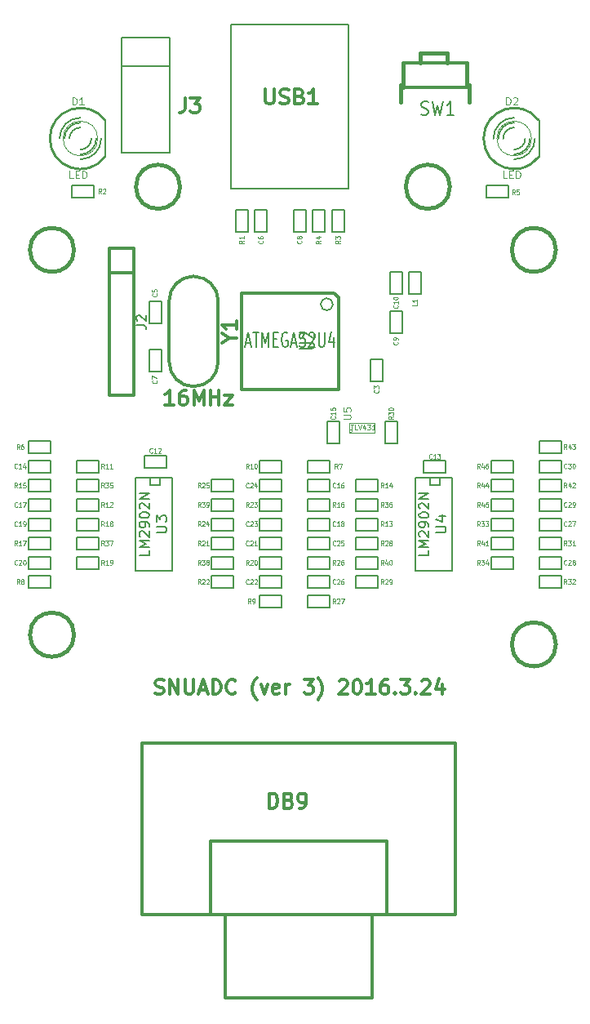
<source format=gto>
G04 (created by PCBNEW (2013-07-07 BZR 4022)-stable) date 2016-03-24 오전 10:08:33*
%MOIN*%
G04 Gerber Fmt 3.4, Leading zero omitted, Abs format*
%FSLAX34Y34*%
G01*
G70*
G90*
G04 APERTURE LIST*
%ADD10C,0.00590551*%
%ADD11C,0.011811*%
%ADD12C,0.015*%
%ADD13C,0.012*%
%ADD14C,0.008*%
%ADD15C,0.005*%
%ADD16C,0.003*%
%ADD17C,0.01*%
%ADD18C,0.006*%
%ADD19C,0.0125*%
%ADD20C,0.0031*%
%ADD21C,0.0045*%
%ADD22C,0.0035*%
%ADD23C,0.0047*%
%ADD24C,0.0039*%
G04 APERTURE END LIST*
G54D10*
G54D11*
X45683Y-33675D02*
X45767Y-33703D01*
X45908Y-33703D01*
X45964Y-33675D01*
X45992Y-33647D01*
X46020Y-33591D01*
X46020Y-33534D01*
X45992Y-33478D01*
X45964Y-33450D01*
X45908Y-33422D01*
X45795Y-33394D01*
X45739Y-33366D01*
X45711Y-33338D01*
X45683Y-33281D01*
X45683Y-33225D01*
X45711Y-33169D01*
X45739Y-33141D01*
X45795Y-33113D01*
X45936Y-33113D01*
X46020Y-33141D01*
X46273Y-33703D02*
X46273Y-33113D01*
X46611Y-33703D01*
X46611Y-33113D01*
X46892Y-33113D02*
X46892Y-33591D01*
X46920Y-33647D01*
X46948Y-33675D01*
X47005Y-33703D01*
X47117Y-33703D01*
X47173Y-33675D01*
X47201Y-33647D01*
X47230Y-33591D01*
X47230Y-33113D01*
X47483Y-33534D02*
X47764Y-33534D01*
X47426Y-33703D02*
X47623Y-33113D01*
X47820Y-33703D01*
X48017Y-33703D02*
X48017Y-33113D01*
X48158Y-33113D01*
X48242Y-33141D01*
X48298Y-33197D01*
X48326Y-33253D01*
X48354Y-33366D01*
X48354Y-33450D01*
X48326Y-33562D01*
X48298Y-33619D01*
X48242Y-33675D01*
X48158Y-33703D01*
X48017Y-33703D01*
X48945Y-33647D02*
X48917Y-33675D01*
X48832Y-33703D01*
X48776Y-33703D01*
X48692Y-33675D01*
X48636Y-33619D01*
X48607Y-33562D01*
X48579Y-33450D01*
X48579Y-33366D01*
X48607Y-33253D01*
X48636Y-33197D01*
X48692Y-33141D01*
X48776Y-33113D01*
X48832Y-33113D01*
X48917Y-33141D01*
X48945Y-33169D01*
X49817Y-33928D02*
X49789Y-33900D01*
X49732Y-33816D01*
X49704Y-33759D01*
X49676Y-33675D01*
X49648Y-33534D01*
X49648Y-33422D01*
X49676Y-33281D01*
X49704Y-33197D01*
X49732Y-33141D01*
X49789Y-33056D01*
X49817Y-33028D01*
X49985Y-33309D02*
X50126Y-33703D01*
X50267Y-33309D01*
X50717Y-33675D02*
X50660Y-33703D01*
X50548Y-33703D01*
X50492Y-33675D01*
X50464Y-33619D01*
X50464Y-33394D01*
X50492Y-33338D01*
X50548Y-33309D01*
X50660Y-33309D01*
X50717Y-33338D01*
X50745Y-33394D01*
X50745Y-33450D01*
X50464Y-33506D01*
X50998Y-33703D02*
X50998Y-33309D01*
X50998Y-33422D02*
X51026Y-33366D01*
X51054Y-33338D01*
X51110Y-33309D01*
X51167Y-33309D01*
X51757Y-33113D02*
X52123Y-33113D01*
X51926Y-33338D01*
X52010Y-33338D01*
X52066Y-33366D01*
X52095Y-33394D01*
X52123Y-33450D01*
X52123Y-33591D01*
X52095Y-33647D01*
X52066Y-33675D01*
X52010Y-33703D01*
X51841Y-33703D01*
X51785Y-33675D01*
X51757Y-33647D01*
X52320Y-33928D02*
X52348Y-33900D01*
X52404Y-33816D01*
X52432Y-33759D01*
X52460Y-33675D01*
X52488Y-33534D01*
X52488Y-33422D01*
X52460Y-33281D01*
X52432Y-33197D01*
X52404Y-33141D01*
X52348Y-33056D01*
X52320Y-33028D01*
X53191Y-33169D02*
X53219Y-33141D01*
X53276Y-33113D01*
X53416Y-33113D01*
X53473Y-33141D01*
X53501Y-33169D01*
X53529Y-33225D01*
X53529Y-33281D01*
X53501Y-33366D01*
X53163Y-33703D01*
X53529Y-33703D01*
X53894Y-33113D02*
X53951Y-33113D01*
X54007Y-33141D01*
X54035Y-33169D01*
X54063Y-33225D01*
X54091Y-33338D01*
X54091Y-33478D01*
X54063Y-33591D01*
X54035Y-33647D01*
X54007Y-33675D01*
X53951Y-33703D01*
X53894Y-33703D01*
X53838Y-33675D01*
X53810Y-33647D01*
X53782Y-33591D01*
X53754Y-33478D01*
X53754Y-33338D01*
X53782Y-33225D01*
X53810Y-33169D01*
X53838Y-33141D01*
X53894Y-33113D01*
X54654Y-33703D02*
X54316Y-33703D01*
X54485Y-33703D02*
X54485Y-33113D01*
X54429Y-33197D01*
X54372Y-33253D01*
X54316Y-33281D01*
X55160Y-33113D02*
X55047Y-33113D01*
X54991Y-33141D01*
X54963Y-33169D01*
X54907Y-33253D01*
X54879Y-33366D01*
X54879Y-33591D01*
X54907Y-33647D01*
X54935Y-33675D01*
X54991Y-33703D01*
X55104Y-33703D01*
X55160Y-33675D01*
X55188Y-33647D01*
X55216Y-33591D01*
X55216Y-33450D01*
X55188Y-33394D01*
X55160Y-33366D01*
X55104Y-33338D01*
X54991Y-33338D01*
X54935Y-33366D01*
X54907Y-33394D01*
X54879Y-33450D01*
X55469Y-33647D02*
X55497Y-33675D01*
X55469Y-33703D01*
X55441Y-33675D01*
X55469Y-33647D01*
X55469Y-33703D01*
X55694Y-33113D02*
X56060Y-33113D01*
X55863Y-33338D01*
X55947Y-33338D01*
X56003Y-33366D01*
X56032Y-33394D01*
X56060Y-33450D01*
X56060Y-33591D01*
X56032Y-33647D01*
X56003Y-33675D01*
X55947Y-33703D01*
X55778Y-33703D01*
X55722Y-33675D01*
X55694Y-33647D01*
X56313Y-33647D02*
X56341Y-33675D01*
X56313Y-33703D01*
X56285Y-33675D01*
X56313Y-33647D01*
X56313Y-33703D01*
X56566Y-33169D02*
X56594Y-33141D01*
X56650Y-33113D01*
X56791Y-33113D01*
X56847Y-33141D01*
X56875Y-33169D01*
X56903Y-33225D01*
X56903Y-33281D01*
X56875Y-33366D01*
X56538Y-33703D01*
X56903Y-33703D01*
X57410Y-33309D02*
X57410Y-33703D01*
X57269Y-33084D02*
X57128Y-33506D01*
X57494Y-33506D01*
G54D12*
X57711Y-12992D02*
G75*
G03X57711Y-12992I-900J0D01*
G74*
G01*
X62041Y-31673D02*
G75*
G03X62041Y-31673I-900J0D01*
G74*
G01*
X42356Y-31279D02*
G75*
G03X42356Y-31279I-900J0D01*
G74*
G01*
G54D13*
X53151Y-21261D02*
X49211Y-21261D01*
X49211Y-21261D02*
X49211Y-17321D01*
X52961Y-17321D02*
X49211Y-17321D01*
X53151Y-17511D02*
X53151Y-21261D01*
X52961Y-17321D02*
X53151Y-17511D01*
G54D14*
X52931Y-17791D02*
G75*
G03X52931Y-17791I-250J0D01*
G74*
G01*
G54D15*
X53581Y-6383D02*
X48781Y-6383D01*
X48781Y-6383D02*
X48781Y-13083D01*
X48781Y-13083D02*
X53581Y-13083D01*
X53581Y-13083D02*
X53581Y-6383D01*
X56049Y-17379D02*
X56049Y-16479D01*
X56049Y-16479D02*
X56549Y-16479D01*
X56549Y-16479D02*
X56549Y-17379D01*
X56549Y-17379D02*
X56049Y-17379D01*
G54D13*
X43791Y-15503D02*
X44791Y-15503D01*
X44791Y-15503D02*
X44791Y-21503D01*
X44791Y-21503D02*
X43791Y-21503D01*
X43791Y-21503D02*
X43791Y-15503D01*
X43791Y-16503D02*
X44791Y-16503D01*
G54D14*
X61356Y-11773D02*
X61356Y-10273D01*
G54D16*
X61043Y-11023D02*
G75*
G03X61043Y-11023I-707J0D01*
G74*
G01*
G54D17*
X61335Y-10273D02*
G75*
G03X61335Y-11774I-999J-750D01*
G74*
G01*
G54D18*
X60336Y-10573D02*
G75*
G03X59886Y-11023I0J-450D01*
G74*
G01*
X60336Y-11473D02*
G75*
G03X60786Y-11023I0J450D01*
G74*
G01*
X60336Y-10373D02*
G75*
G03X59686Y-11023I0J-650D01*
G74*
G01*
X60336Y-11673D02*
G75*
G03X60986Y-11023I0J650D01*
G74*
G01*
X60336Y-10173D02*
G75*
G03X59486Y-11023I0J-850D01*
G74*
G01*
X60336Y-11873D02*
G75*
G03X61186Y-11023I0J850D01*
G74*
G01*
G54D14*
X43639Y-11773D02*
X43639Y-10273D01*
G54D16*
X43326Y-11023D02*
G75*
G03X43326Y-11023I-707J0D01*
G74*
G01*
G54D17*
X43619Y-10273D02*
G75*
G03X43619Y-11774I-999J-750D01*
G74*
G01*
G54D18*
X42619Y-10573D02*
G75*
G03X42169Y-11023I0J-450D01*
G74*
G01*
X42619Y-11473D02*
G75*
G03X43069Y-11023I0J450D01*
G74*
G01*
X42619Y-10373D02*
G75*
G03X41969Y-11023I0J-650D01*
G74*
G01*
X42619Y-11673D02*
G75*
G03X43269Y-11023I0J650D01*
G74*
G01*
X42619Y-10173D02*
G75*
G03X41769Y-11023I0J-850D01*
G74*
G01*
X42619Y-11873D02*
G75*
G03X43469Y-11023I0J850D01*
G74*
G01*
G54D19*
X46244Y-17647D02*
X46244Y-20147D01*
X48244Y-17647D02*
X48244Y-20147D01*
X47244Y-21147D02*
G75*
G03X48244Y-20147I0J1000D01*
G74*
G01*
X46244Y-20147D02*
G75*
G03X47244Y-21147I1000J0D01*
G74*
G01*
X48244Y-17647D02*
G75*
G03X47244Y-16647I-1000J0D01*
G74*
G01*
X47244Y-16647D02*
G75*
G03X46244Y-17647I0J-1000D01*
G74*
G01*
G54D13*
X57924Y-35714D02*
X45124Y-35714D01*
X45124Y-35714D02*
X45124Y-42714D01*
X45124Y-42714D02*
X57924Y-42714D01*
X57924Y-42714D02*
X57924Y-35714D01*
X55124Y-42714D02*
X55124Y-39714D01*
X55124Y-39714D02*
X47924Y-39714D01*
X47924Y-39714D02*
X47924Y-42714D01*
X54524Y-42714D02*
X54524Y-46114D01*
X54524Y-46114D02*
X48524Y-46114D01*
X48524Y-46114D02*
X48524Y-42714D01*
G54D14*
X57786Y-24871D02*
X57786Y-28671D01*
X57786Y-28671D02*
X56286Y-28671D01*
X56286Y-28671D02*
X56286Y-24871D01*
X56286Y-24871D02*
X57786Y-24871D01*
X57286Y-24871D02*
X57286Y-25171D01*
X57286Y-25171D02*
X56886Y-25171D01*
X56886Y-25171D02*
X56886Y-24871D01*
G54D15*
X41394Y-25446D02*
X40494Y-25446D01*
X40494Y-25446D02*
X40494Y-24946D01*
X40494Y-24946D02*
X41394Y-24946D01*
X41394Y-24946D02*
X41394Y-25446D01*
X48875Y-27809D02*
X47975Y-27809D01*
X47975Y-27809D02*
X47975Y-27309D01*
X47975Y-27309D02*
X48875Y-27309D01*
X48875Y-27309D02*
X48875Y-27809D01*
X53880Y-24946D02*
X54780Y-24946D01*
X54780Y-24946D02*
X54780Y-25446D01*
X54780Y-25446D02*
X53880Y-25446D01*
X53880Y-25446D02*
X53880Y-24946D01*
X53880Y-26521D02*
X54780Y-26521D01*
X54780Y-26521D02*
X54780Y-27021D01*
X54780Y-27021D02*
X53880Y-27021D01*
X53880Y-27021D02*
X53880Y-26521D01*
X48875Y-25446D02*
X47975Y-25446D01*
X47975Y-25446D02*
X47975Y-24946D01*
X47975Y-24946D02*
X48875Y-24946D01*
X48875Y-24946D02*
X48875Y-25446D01*
X42463Y-24946D02*
X43363Y-24946D01*
X43363Y-24946D02*
X43363Y-25446D01*
X43363Y-25446D02*
X42463Y-25446D01*
X42463Y-25446D02*
X42463Y-24946D01*
X60292Y-26234D02*
X59392Y-26234D01*
X59392Y-26234D02*
X59392Y-25734D01*
X59392Y-25734D02*
X60292Y-25734D01*
X60292Y-25734D02*
X60292Y-26234D01*
X42463Y-27309D02*
X43363Y-27309D01*
X43363Y-27309D02*
X43363Y-27809D01*
X43363Y-27809D02*
X42463Y-27809D01*
X42463Y-27809D02*
X42463Y-27309D01*
X60292Y-27809D02*
X59392Y-27809D01*
X59392Y-27809D02*
X59392Y-27309D01*
X59392Y-27309D02*
X60292Y-27309D01*
X60292Y-27309D02*
X60292Y-27809D01*
X60292Y-24659D02*
X59392Y-24659D01*
X59392Y-24659D02*
X59392Y-24159D01*
X59392Y-24159D02*
X60292Y-24159D01*
X60292Y-24159D02*
X60292Y-24659D01*
X53399Y-13920D02*
X53399Y-14820D01*
X53399Y-14820D02*
X52899Y-14820D01*
X52899Y-14820D02*
X52899Y-13920D01*
X52899Y-13920D02*
X53399Y-13920D01*
X42463Y-26521D02*
X43363Y-26521D01*
X43363Y-26521D02*
X43363Y-27021D01*
X43363Y-27021D02*
X42463Y-27021D01*
X42463Y-27021D02*
X42463Y-26521D01*
X52612Y-13920D02*
X52612Y-14820D01*
X52612Y-14820D02*
X52112Y-14820D01*
X52112Y-14820D02*
X52112Y-13920D01*
X52112Y-13920D02*
X52612Y-13920D01*
X60095Y-13438D02*
X59195Y-13438D01*
X59195Y-13438D02*
X59195Y-12938D01*
X59195Y-12938D02*
X60095Y-12938D01*
X60095Y-12938D02*
X60095Y-13438D01*
X53880Y-25734D02*
X54780Y-25734D01*
X54780Y-25734D02*
X54780Y-26234D01*
X54780Y-26234D02*
X53880Y-26234D01*
X53880Y-26234D02*
X53880Y-25734D01*
X48875Y-29383D02*
X47975Y-29383D01*
X47975Y-29383D02*
X47975Y-28883D01*
X47975Y-28883D02*
X48875Y-28883D01*
X48875Y-28883D02*
X48875Y-29383D01*
X52812Y-28596D02*
X51912Y-28596D01*
X51912Y-28596D02*
X51912Y-28096D01*
X51912Y-28096D02*
X52812Y-28096D01*
X52812Y-28096D02*
X52812Y-28596D01*
X52812Y-30171D02*
X51912Y-30171D01*
X51912Y-30171D02*
X51912Y-29671D01*
X51912Y-29671D02*
X52812Y-29671D01*
X52812Y-29671D02*
X52812Y-30171D01*
X53880Y-27309D02*
X54780Y-27309D01*
X54780Y-27309D02*
X54780Y-27809D01*
X54780Y-27809D02*
X53880Y-27809D01*
X53880Y-27809D02*
X53880Y-27309D01*
X48875Y-28596D02*
X47975Y-28596D01*
X47975Y-28596D02*
X47975Y-28096D01*
X47975Y-28096D02*
X48875Y-28096D01*
X48875Y-28096D02*
X48875Y-28596D01*
X61361Y-23372D02*
X62261Y-23372D01*
X62261Y-23372D02*
X62261Y-23872D01*
X62261Y-23872D02*
X61361Y-23872D01*
X61361Y-23872D02*
X61361Y-23372D01*
X61361Y-24946D02*
X62261Y-24946D01*
X62261Y-24946D02*
X62261Y-25446D01*
X62261Y-25446D02*
X61361Y-25446D01*
X61361Y-25446D02*
X61361Y-24946D01*
X41394Y-23872D02*
X40494Y-23872D01*
X40494Y-23872D02*
X40494Y-23372D01*
X40494Y-23372D02*
X41394Y-23372D01*
X41394Y-23372D02*
X41394Y-23872D01*
X52812Y-26234D02*
X51912Y-26234D01*
X51912Y-26234D02*
X51912Y-25734D01*
X51912Y-25734D02*
X52812Y-25734D01*
X52812Y-25734D02*
X52812Y-26234D01*
X41394Y-27809D02*
X40494Y-27809D01*
X40494Y-27809D02*
X40494Y-27309D01*
X40494Y-27309D02*
X41394Y-27309D01*
X41394Y-27309D02*
X41394Y-27809D01*
X43166Y-13438D02*
X42266Y-13438D01*
X42266Y-13438D02*
X42266Y-12938D01*
X42266Y-12938D02*
X43166Y-12938D01*
X43166Y-12938D02*
X43166Y-13438D01*
X42463Y-25734D02*
X43363Y-25734D01*
X43363Y-25734D02*
X43363Y-26234D01*
X43363Y-26234D02*
X42463Y-26234D01*
X42463Y-26234D02*
X42463Y-25734D01*
X55564Y-22581D02*
X55564Y-23481D01*
X55564Y-23481D02*
X55064Y-23481D01*
X55064Y-23481D02*
X55064Y-22581D01*
X55064Y-22581D02*
X55564Y-22581D01*
X61361Y-27309D02*
X62261Y-27309D01*
X62261Y-27309D02*
X62261Y-27809D01*
X62261Y-27809D02*
X61361Y-27809D01*
X61361Y-27809D02*
X61361Y-27309D01*
X53880Y-28883D02*
X54780Y-28883D01*
X54780Y-28883D02*
X54780Y-29383D01*
X54780Y-29383D02*
X53880Y-29383D01*
X53880Y-29383D02*
X53880Y-28883D01*
X48875Y-26234D02*
X47975Y-26234D01*
X47975Y-26234D02*
X47975Y-25734D01*
X47975Y-25734D02*
X48875Y-25734D01*
X48875Y-25734D02*
X48875Y-26234D01*
X60292Y-25446D02*
X59392Y-25446D01*
X59392Y-25446D02*
X59392Y-24946D01*
X59392Y-24946D02*
X60292Y-24946D01*
X60292Y-24946D02*
X60292Y-25446D01*
X49943Y-24159D02*
X50843Y-24159D01*
X50843Y-24159D02*
X50843Y-24659D01*
X50843Y-24659D02*
X49943Y-24659D01*
X49943Y-24659D02*
X49943Y-24159D01*
X42463Y-28096D02*
X43363Y-28096D01*
X43363Y-28096D02*
X43363Y-28596D01*
X43363Y-28596D02*
X42463Y-28596D01*
X42463Y-28596D02*
X42463Y-28096D01*
X42463Y-24159D02*
X43363Y-24159D01*
X43363Y-24159D02*
X43363Y-24659D01*
X43363Y-24659D02*
X42463Y-24659D01*
X42463Y-24659D02*
X42463Y-24159D01*
X49943Y-29671D02*
X50843Y-29671D01*
X50843Y-29671D02*
X50843Y-30171D01*
X50843Y-30171D02*
X49943Y-30171D01*
X49943Y-30171D02*
X49943Y-29671D01*
X49943Y-28096D02*
X50843Y-28096D01*
X50843Y-28096D02*
X50843Y-28596D01*
X50843Y-28596D02*
X49943Y-28596D01*
X49943Y-28596D02*
X49943Y-28096D01*
X41394Y-29383D02*
X40494Y-29383D01*
X40494Y-29383D02*
X40494Y-28883D01*
X40494Y-28883D02*
X41394Y-28883D01*
X41394Y-28883D02*
X41394Y-29383D01*
X48875Y-27021D02*
X47975Y-27021D01*
X47975Y-27021D02*
X47975Y-26521D01*
X47975Y-26521D02*
X48875Y-26521D01*
X48875Y-26521D02*
X48875Y-27021D01*
X52812Y-24659D02*
X51912Y-24659D01*
X51912Y-24659D02*
X51912Y-24159D01*
X51912Y-24159D02*
X52812Y-24159D01*
X52812Y-24159D02*
X52812Y-24659D01*
X49462Y-13920D02*
X49462Y-14820D01*
X49462Y-14820D02*
X48962Y-14820D01*
X48962Y-14820D02*
X48962Y-13920D01*
X48962Y-13920D02*
X49462Y-13920D01*
X49943Y-25734D02*
X50843Y-25734D01*
X50843Y-25734D02*
X50843Y-26234D01*
X50843Y-26234D02*
X49943Y-26234D01*
X49943Y-26234D02*
X49943Y-25734D01*
X61361Y-28883D02*
X62261Y-28883D01*
X62261Y-28883D02*
X62261Y-29383D01*
X62261Y-29383D02*
X61361Y-29383D01*
X61361Y-29383D02*
X61361Y-28883D01*
X60292Y-27021D02*
X59392Y-27021D01*
X59392Y-27021D02*
X59392Y-26521D01*
X59392Y-26521D02*
X60292Y-26521D01*
X60292Y-26521D02*
X60292Y-27021D01*
X60292Y-28596D02*
X59392Y-28596D01*
X59392Y-28596D02*
X59392Y-28096D01*
X59392Y-28096D02*
X60292Y-28096D01*
X60292Y-28096D02*
X60292Y-28596D01*
X53880Y-28096D02*
X54780Y-28096D01*
X54780Y-28096D02*
X54780Y-28596D01*
X54780Y-28596D02*
X53880Y-28596D01*
X53880Y-28596D02*
X53880Y-28096D01*
X49943Y-28883D02*
X50843Y-28883D01*
X50843Y-28883D02*
X50843Y-29383D01*
X50843Y-29383D02*
X49943Y-29383D01*
X49943Y-29383D02*
X49943Y-28883D01*
X45419Y-20528D02*
X45419Y-19628D01*
X45419Y-19628D02*
X45919Y-19628D01*
X45919Y-19628D02*
X45919Y-20528D01*
X45919Y-20528D02*
X45419Y-20528D01*
X45219Y-23962D02*
X46119Y-23962D01*
X46119Y-23962D02*
X46119Y-24462D01*
X46119Y-24462D02*
X45219Y-24462D01*
X45219Y-24462D02*
X45219Y-23962D01*
X41394Y-28596D02*
X40494Y-28596D01*
X40494Y-28596D02*
X40494Y-28096D01*
X40494Y-28096D02*
X41394Y-28096D01*
X41394Y-28096D02*
X41394Y-28596D01*
X49750Y-14820D02*
X49750Y-13920D01*
X49750Y-13920D02*
X50250Y-13920D01*
X50250Y-13920D02*
X50250Y-14820D01*
X50250Y-14820D02*
X49750Y-14820D01*
X55761Y-16479D02*
X55761Y-17379D01*
X55761Y-17379D02*
X55261Y-17379D01*
X55261Y-17379D02*
X55261Y-16479D01*
X55261Y-16479D02*
X55761Y-16479D01*
X54474Y-20922D02*
X54474Y-20022D01*
X54474Y-20022D02*
X54974Y-20022D01*
X54974Y-20022D02*
X54974Y-20922D01*
X54974Y-20922D02*
X54474Y-20922D01*
X55261Y-18953D02*
X55261Y-18053D01*
X55261Y-18053D02*
X55761Y-18053D01*
X55761Y-18053D02*
X55761Y-18953D01*
X55761Y-18953D02*
X55261Y-18953D01*
X52812Y-25446D02*
X51912Y-25446D01*
X51912Y-25446D02*
X51912Y-24946D01*
X51912Y-24946D02*
X52812Y-24946D01*
X52812Y-24946D02*
X52812Y-25446D01*
X40494Y-25734D02*
X41394Y-25734D01*
X41394Y-25734D02*
X41394Y-26234D01*
X41394Y-26234D02*
X40494Y-26234D01*
X40494Y-26234D02*
X40494Y-25734D01*
X51824Y-13920D02*
X51824Y-14820D01*
X51824Y-14820D02*
X51324Y-14820D01*
X51324Y-14820D02*
X51324Y-13920D01*
X51324Y-13920D02*
X51824Y-13920D01*
X50843Y-27809D02*
X49943Y-27809D01*
X49943Y-27809D02*
X49943Y-27309D01*
X49943Y-27309D02*
X50843Y-27309D01*
X50843Y-27309D02*
X50843Y-27809D01*
X52812Y-29383D02*
X51912Y-29383D01*
X51912Y-29383D02*
X51912Y-28883D01*
X51912Y-28883D02*
X52812Y-28883D01*
X52812Y-28883D02*
X52812Y-29383D01*
X49943Y-24946D02*
X50843Y-24946D01*
X50843Y-24946D02*
X50843Y-25446D01*
X50843Y-25446D02*
X49943Y-25446D01*
X49943Y-25446D02*
X49943Y-24946D01*
X40494Y-26521D02*
X41394Y-26521D01*
X41394Y-26521D02*
X41394Y-27021D01*
X41394Y-27021D02*
X40494Y-27021D01*
X40494Y-27021D02*
X40494Y-26521D01*
X45419Y-18560D02*
X45419Y-17660D01*
X45419Y-17660D02*
X45919Y-17660D01*
X45919Y-17660D02*
X45919Y-18560D01*
X45919Y-18560D02*
X45419Y-18560D01*
X41394Y-24659D02*
X40494Y-24659D01*
X40494Y-24659D02*
X40494Y-24159D01*
X40494Y-24159D02*
X41394Y-24159D01*
X41394Y-24159D02*
X41394Y-24659D01*
X56636Y-24159D02*
X57536Y-24159D01*
X57536Y-24159D02*
X57536Y-24659D01*
X57536Y-24659D02*
X56636Y-24659D01*
X56636Y-24659D02*
X56636Y-24159D01*
X51912Y-26521D02*
X52812Y-26521D01*
X52812Y-26521D02*
X52812Y-27021D01*
X52812Y-27021D02*
X51912Y-27021D01*
X51912Y-27021D02*
X51912Y-26521D01*
X51912Y-27309D02*
X52812Y-27309D01*
X52812Y-27309D02*
X52812Y-27809D01*
X52812Y-27809D02*
X51912Y-27809D01*
X51912Y-27809D02*
X51912Y-27309D01*
X52702Y-23481D02*
X52702Y-22581D01*
X52702Y-22581D02*
X53202Y-22581D01*
X53202Y-22581D02*
X53202Y-23481D01*
X53202Y-23481D02*
X52702Y-23481D01*
X50843Y-27021D02*
X49943Y-27021D01*
X49943Y-27021D02*
X49943Y-26521D01*
X49943Y-26521D02*
X50843Y-26521D01*
X50843Y-26521D02*
X50843Y-27021D01*
G54D12*
X57586Y-7548D02*
X56486Y-7548D01*
X56486Y-7548D02*
X56486Y-7948D01*
X58386Y-7948D02*
X58386Y-8848D01*
X55786Y-7948D02*
X55786Y-8948D01*
X58486Y-8848D02*
X58486Y-9548D01*
X55686Y-8848D02*
X55686Y-9548D01*
X57586Y-7948D02*
X57586Y-7548D01*
G54D13*
X55786Y-8948D02*
X58386Y-8948D01*
X58386Y-7948D02*
X55786Y-7948D01*
G54D20*
X53733Y-22972D02*
G75*
G03X53733Y-22972I-62J0D01*
G74*
G01*
X54633Y-22634D02*
X54633Y-23034D01*
X53608Y-22634D02*
X53608Y-23034D01*
X54633Y-23034D02*
X53608Y-23034D01*
X53608Y-22634D02*
X54633Y-22634D01*
G54D15*
X61361Y-28096D02*
X62261Y-28096D01*
X62261Y-28096D02*
X62261Y-28596D01*
X62261Y-28596D02*
X61361Y-28596D01*
X61361Y-28596D02*
X61361Y-28096D01*
X62261Y-27021D02*
X61361Y-27021D01*
X61361Y-27021D02*
X61361Y-26521D01*
X61361Y-26521D02*
X62261Y-26521D01*
X62261Y-26521D02*
X62261Y-27021D01*
X61361Y-24159D02*
X62261Y-24159D01*
X62261Y-24159D02*
X62261Y-24659D01*
X62261Y-24659D02*
X61361Y-24659D01*
X61361Y-24659D02*
X61361Y-24159D01*
X62261Y-26234D02*
X61361Y-26234D01*
X61361Y-26234D02*
X61361Y-25734D01*
X61361Y-25734D02*
X62261Y-25734D01*
X62261Y-25734D02*
X62261Y-26234D01*
G54D14*
X46369Y-24871D02*
X46369Y-28671D01*
X46369Y-28671D02*
X44869Y-28671D01*
X44869Y-28671D02*
X44869Y-24871D01*
X44869Y-24871D02*
X46369Y-24871D01*
X45869Y-24871D02*
X45869Y-25171D01*
X45869Y-25171D02*
X45469Y-25171D01*
X45469Y-25171D02*
X45469Y-24871D01*
G54D10*
X46259Y-6889D02*
X44291Y-6889D01*
X44291Y-6889D02*
X44291Y-8070D01*
X46259Y-6889D02*
X46259Y-8070D01*
G54D14*
X46259Y-8070D02*
X46259Y-11614D01*
X46259Y-11614D02*
X44291Y-11614D01*
X44291Y-11614D02*
X44291Y-8070D01*
X44291Y-8070D02*
X46259Y-8070D01*
G54D12*
X42356Y-15570D02*
G75*
G03X42356Y-15570I-900J0D01*
G74*
G01*
X62041Y-15570D02*
G75*
G03X62041Y-15570I-900J0D01*
G74*
G01*
X46687Y-12992D02*
G75*
G03X46687Y-12992I-900J0D01*
G74*
G01*
G54D14*
X51573Y-19596D02*
X52059Y-19596D01*
X52116Y-19577D01*
X52145Y-19558D01*
X52173Y-19519D01*
X52173Y-19443D01*
X52145Y-19405D01*
X52116Y-19386D01*
X52059Y-19367D01*
X51573Y-19367D01*
X51631Y-19196D02*
X51602Y-19177D01*
X51573Y-19138D01*
X51573Y-19043D01*
X51602Y-19005D01*
X51631Y-18986D01*
X51688Y-18967D01*
X51745Y-18967D01*
X51831Y-18986D01*
X52173Y-19215D01*
X52173Y-18967D01*
X49371Y-19362D02*
X49562Y-19362D01*
X49333Y-19534D02*
X49466Y-18934D01*
X49600Y-19534D01*
X49676Y-18934D02*
X49904Y-18934D01*
X49790Y-19534D02*
X49790Y-18934D01*
X50038Y-19534D02*
X50038Y-18934D01*
X50171Y-19362D01*
X50304Y-18934D01*
X50304Y-19534D01*
X50495Y-19219D02*
X50628Y-19219D01*
X50685Y-19534D02*
X50495Y-19534D01*
X50495Y-18934D01*
X50685Y-18934D01*
X51066Y-18962D02*
X51028Y-18934D01*
X50971Y-18934D01*
X50914Y-18962D01*
X50876Y-19019D01*
X50857Y-19077D01*
X50838Y-19191D01*
X50838Y-19277D01*
X50857Y-19391D01*
X50876Y-19448D01*
X50914Y-19505D01*
X50971Y-19534D01*
X51009Y-19534D01*
X51066Y-19505D01*
X51085Y-19477D01*
X51085Y-19277D01*
X51009Y-19277D01*
X51238Y-19362D02*
X51428Y-19362D01*
X51200Y-19534D02*
X51333Y-18934D01*
X51466Y-19534D01*
X51562Y-18934D02*
X51809Y-18934D01*
X51676Y-19162D01*
X51733Y-19162D01*
X51771Y-19191D01*
X51790Y-19219D01*
X51809Y-19277D01*
X51809Y-19419D01*
X51790Y-19477D01*
X51771Y-19505D01*
X51733Y-19534D01*
X51619Y-19534D01*
X51581Y-19505D01*
X51562Y-19477D01*
X51962Y-18991D02*
X51981Y-18962D01*
X52019Y-18934D01*
X52114Y-18934D01*
X52152Y-18962D01*
X52171Y-18991D01*
X52190Y-19048D01*
X52190Y-19105D01*
X52171Y-19191D01*
X51943Y-19534D01*
X52190Y-19534D01*
X52362Y-18934D02*
X52362Y-19419D01*
X52381Y-19477D01*
X52400Y-19505D01*
X52438Y-19534D01*
X52514Y-19534D01*
X52552Y-19505D01*
X52571Y-19477D01*
X52590Y-19419D01*
X52590Y-18934D01*
X52952Y-19134D02*
X52952Y-19534D01*
X52857Y-18905D02*
X52762Y-19334D01*
X53009Y-19334D01*
G54D13*
X50177Y-9012D02*
X50177Y-9498D01*
X50206Y-9555D01*
X50234Y-9584D01*
X50291Y-9612D01*
X50406Y-9612D01*
X50463Y-9584D01*
X50491Y-9555D01*
X50520Y-9498D01*
X50520Y-9012D01*
X50777Y-9584D02*
X50863Y-9612D01*
X51006Y-9612D01*
X51063Y-9584D01*
X51091Y-9555D01*
X51120Y-9498D01*
X51120Y-9441D01*
X51091Y-9384D01*
X51063Y-9355D01*
X51006Y-9327D01*
X50891Y-9298D01*
X50834Y-9270D01*
X50806Y-9241D01*
X50777Y-9184D01*
X50777Y-9127D01*
X50806Y-9070D01*
X50834Y-9041D01*
X50891Y-9012D01*
X51034Y-9012D01*
X51120Y-9041D01*
X51577Y-9298D02*
X51663Y-9327D01*
X51691Y-9355D01*
X51720Y-9412D01*
X51720Y-9498D01*
X51691Y-9555D01*
X51663Y-9584D01*
X51606Y-9612D01*
X51377Y-9612D01*
X51377Y-9012D01*
X51577Y-9012D01*
X51634Y-9041D01*
X51663Y-9070D01*
X51691Y-9127D01*
X51691Y-9184D01*
X51663Y-9241D01*
X51634Y-9270D01*
X51577Y-9298D01*
X51377Y-9298D01*
X52291Y-9612D02*
X51949Y-9612D01*
X52120Y-9612D02*
X52120Y-9012D01*
X52063Y-9098D01*
X52006Y-9155D01*
X51949Y-9184D01*
G54D21*
X56380Y-17746D02*
X56380Y-17832D01*
X56180Y-17832D01*
X56380Y-17592D02*
X56380Y-17695D01*
X56380Y-17643D02*
X56180Y-17643D01*
X56208Y-17660D01*
X56227Y-17677D01*
X56237Y-17695D01*
G54D14*
X44903Y-18637D02*
X45188Y-18637D01*
X45246Y-18656D01*
X45284Y-18694D01*
X45303Y-18751D01*
X45303Y-18789D01*
X44941Y-18465D02*
X44922Y-18446D01*
X44903Y-18408D01*
X44903Y-18313D01*
X44922Y-18275D01*
X44941Y-18256D01*
X44979Y-18237D01*
X45017Y-18237D01*
X45074Y-18256D01*
X45303Y-18484D01*
X45303Y-18237D01*
G54D22*
X60014Y-9645D02*
X60014Y-9345D01*
X60086Y-9345D01*
X60129Y-9359D01*
X60157Y-9387D01*
X60171Y-9416D01*
X60186Y-9473D01*
X60186Y-9516D01*
X60171Y-9573D01*
X60157Y-9602D01*
X60129Y-9630D01*
X60086Y-9645D01*
X60014Y-9645D01*
X60300Y-9373D02*
X60314Y-9359D01*
X60343Y-9345D01*
X60414Y-9345D01*
X60443Y-9359D01*
X60457Y-9373D01*
X60471Y-9402D01*
X60471Y-9430D01*
X60457Y-9473D01*
X60286Y-9645D01*
X60471Y-9645D01*
X60043Y-12645D02*
X59900Y-12645D01*
X59900Y-12345D01*
X60143Y-12487D02*
X60243Y-12487D01*
X60286Y-12645D02*
X60143Y-12645D01*
X60143Y-12345D01*
X60286Y-12345D01*
X60414Y-12645D02*
X60414Y-12345D01*
X60486Y-12345D01*
X60529Y-12359D01*
X60557Y-12387D01*
X60571Y-12416D01*
X60586Y-12473D01*
X60586Y-12516D01*
X60571Y-12573D01*
X60557Y-12602D01*
X60529Y-12630D01*
X60486Y-12645D01*
X60414Y-12645D01*
X42298Y-9645D02*
X42298Y-9345D01*
X42369Y-9345D01*
X42412Y-9359D01*
X42441Y-9387D01*
X42455Y-9416D01*
X42469Y-9473D01*
X42469Y-9516D01*
X42455Y-9573D01*
X42441Y-9602D01*
X42412Y-9630D01*
X42369Y-9645D01*
X42298Y-9645D01*
X42755Y-9645D02*
X42583Y-9645D01*
X42669Y-9645D02*
X42669Y-9345D01*
X42641Y-9387D01*
X42612Y-9416D01*
X42583Y-9430D01*
X42326Y-12645D02*
X42183Y-12645D01*
X42183Y-12345D01*
X42426Y-12487D02*
X42526Y-12487D01*
X42569Y-12645D02*
X42426Y-12645D01*
X42426Y-12345D01*
X42569Y-12345D01*
X42698Y-12645D02*
X42698Y-12345D01*
X42769Y-12345D01*
X42812Y-12359D01*
X42841Y-12387D01*
X42855Y-12416D01*
X42869Y-12473D01*
X42869Y-12516D01*
X42855Y-12573D01*
X42841Y-12602D01*
X42812Y-12630D01*
X42769Y-12645D01*
X42698Y-12645D01*
G54D13*
X48701Y-19183D02*
X48986Y-19183D01*
X48386Y-19383D02*
X48701Y-19183D01*
X48386Y-18983D01*
X48986Y-18469D02*
X48986Y-18811D01*
X48986Y-18640D02*
X48386Y-18640D01*
X48472Y-18697D01*
X48529Y-18754D01*
X48558Y-18811D01*
X46426Y-21896D02*
X46083Y-21896D01*
X46255Y-21896D02*
X46255Y-21296D01*
X46198Y-21382D01*
X46140Y-21439D01*
X46083Y-21467D01*
X46940Y-21296D02*
X46826Y-21296D01*
X46769Y-21324D01*
X46740Y-21353D01*
X46683Y-21439D01*
X46655Y-21553D01*
X46655Y-21782D01*
X46683Y-21839D01*
X46712Y-21867D01*
X46769Y-21896D01*
X46883Y-21896D01*
X46940Y-21867D01*
X46969Y-21839D01*
X46998Y-21782D01*
X46998Y-21639D01*
X46969Y-21582D01*
X46940Y-21553D01*
X46883Y-21524D01*
X46769Y-21524D01*
X46712Y-21553D01*
X46683Y-21582D01*
X46655Y-21639D01*
X47255Y-21896D02*
X47255Y-21296D01*
X47455Y-21724D01*
X47655Y-21296D01*
X47655Y-21896D01*
X47940Y-21896D02*
X47940Y-21296D01*
X47940Y-21582D02*
X48283Y-21582D01*
X48283Y-21896D02*
X48283Y-21296D01*
X48512Y-21496D02*
X48826Y-21496D01*
X48512Y-21896D01*
X48826Y-21896D01*
X50331Y-38357D02*
X50331Y-37757D01*
X50474Y-37757D01*
X50560Y-37785D01*
X50617Y-37842D01*
X50646Y-37899D01*
X50674Y-38014D01*
X50674Y-38099D01*
X50646Y-38214D01*
X50617Y-38271D01*
X50560Y-38328D01*
X50474Y-38357D01*
X50331Y-38357D01*
X51131Y-38042D02*
X51217Y-38071D01*
X51246Y-38099D01*
X51274Y-38157D01*
X51274Y-38242D01*
X51246Y-38299D01*
X51217Y-38328D01*
X51160Y-38357D01*
X50931Y-38357D01*
X50931Y-37757D01*
X51131Y-37757D01*
X51189Y-37785D01*
X51217Y-37814D01*
X51246Y-37871D01*
X51246Y-37928D01*
X51217Y-37985D01*
X51189Y-38014D01*
X51131Y-38042D01*
X50931Y-38042D01*
X51560Y-38357D02*
X51674Y-38357D01*
X51731Y-38328D01*
X51760Y-38299D01*
X51817Y-38214D01*
X51846Y-38099D01*
X51846Y-37871D01*
X51817Y-37814D01*
X51789Y-37785D01*
X51731Y-37757D01*
X51617Y-37757D01*
X51560Y-37785D01*
X51531Y-37814D01*
X51503Y-37871D01*
X51503Y-38014D01*
X51531Y-38071D01*
X51560Y-38099D01*
X51617Y-38128D01*
X51731Y-38128D01*
X51789Y-38099D01*
X51817Y-38071D01*
X51846Y-38014D01*
G54D15*
X57148Y-27114D02*
X57472Y-27114D01*
X57510Y-27093D01*
X57529Y-27071D01*
X57548Y-27028D01*
X57548Y-26943D01*
X57529Y-26900D01*
X57510Y-26878D01*
X57472Y-26857D01*
X57148Y-26857D01*
X57281Y-26450D02*
X57548Y-26450D01*
X57129Y-26557D02*
X57415Y-26664D01*
X57415Y-26385D01*
X56848Y-27847D02*
X56848Y-28038D01*
X56448Y-28038D01*
X56848Y-27714D02*
X56448Y-27714D01*
X56734Y-27581D01*
X56448Y-27447D01*
X56848Y-27447D01*
X56486Y-27276D02*
X56467Y-27257D01*
X56448Y-27219D01*
X56448Y-27124D01*
X56467Y-27085D01*
X56486Y-27066D01*
X56524Y-27047D01*
X56562Y-27047D01*
X56619Y-27066D01*
X56848Y-27295D01*
X56848Y-27047D01*
X56848Y-26857D02*
X56848Y-26781D01*
X56829Y-26743D01*
X56810Y-26724D01*
X56753Y-26685D01*
X56677Y-26666D01*
X56524Y-26666D01*
X56486Y-26685D01*
X56467Y-26704D01*
X56448Y-26743D01*
X56448Y-26819D01*
X56467Y-26857D01*
X56486Y-26876D01*
X56524Y-26895D01*
X56619Y-26895D01*
X56658Y-26876D01*
X56677Y-26857D01*
X56696Y-26819D01*
X56696Y-26743D01*
X56677Y-26704D01*
X56658Y-26685D01*
X56619Y-26666D01*
X56448Y-26419D02*
X56448Y-26381D01*
X56467Y-26343D01*
X56486Y-26324D01*
X56524Y-26304D01*
X56600Y-26285D01*
X56696Y-26285D01*
X56772Y-26304D01*
X56810Y-26324D01*
X56829Y-26343D01*
X56848Y-26381D01*
X56848Y-26419D01*
X56829Y-26457D01*
X56810Y-26476D01*
X56772Y-26495D01*
X56696Y-26514D01*
X56600Y-26514D01*
X56524Y-26495D01*
X56486Y-26476D01*
X56467Y-26457D01*
X56448Y-26419D01*
X56486Y-26133D02*
X56467Y-26114D01*
X56448Y-26076D01*
X56448Y-25981D01*
X56467Y-25943D01*
X56486Y-25924D01*
X56524Y-25904D01*
X56562Y-25904D01*
X56619Y-25924D01*
X56848Y-26152D01*
X56848Y-25904D01*
X56848Y-25733D02*
X56448Y-25733D01*
X56848Y-25504D01*
X56448Y-25504D01*
G54D21*
X40041Y-25277D02*
X39981Y-25182D01*
X39938Y-25277D02*
X39938Y-25077D01*
X40007Y-25077D01*
X40024Y-25087D01*
X40033Y-25096D01*
X40041Y-25115D01*
X40041Y-25144D01*
X40033Y-25163D01*
X40024Y-25173D01*
X40007Y-25182D01*
X39938Y-25182D01*
X40213Y-25277D02*
X40110Y-25277D01*
X40161Y-25277D02*
X40161Y-25077D01*
X40144Y-25106D01*
X40127Y-25125D01*
X40110Y-25134D01*
X40376Y-25077D02*
X40290Y-25077D01*
X40281Y-25173D01*
X40290Y-25163D01*
X40307Y-25153D01*
X40350Y-25153D01*
X40367Y-25163D01*
X40376Y-25173D01*
X40384Y-25192D01*
X40384Y-25239D01*
X40376Y-25258D01*
X40367Y-25268D01*
X40350Y-25277D01*
X40307Y-25277D01*
X40290Y-25268D01*
X40281Y-25258D01*
X47522Y-27640D02*
X47462Y-27544D01*
X47419Y-27640D02*
X47419Y-27440D01*
X47487Y-27440D01*
X47504Y-27449D01*
X47513Y-27459D01*
X47522Y-27478D01*
X47522Y-27506D01*
X47513Y-27525D01*
X47504Y-27535D01*
X47487Y-27544D01*
X47419Y-27544D01*
X47590Y-27459D02*
X47599Y-27449D01*
X47616Y-27440D01*
X47659Y-27440D01*
X47676Y-27449D01*
X47684Y-27459D01*
X47693Y-27478D01*
X47693Y-27497D01*
X47684Y-27525D01*
X47582Y-27640D01*
X47693Y-27640D01*
X47864Y-27640D02*
X47762Y-27640D01*
X47813Y-27640D02*
X47813Y-27440D01*
X47796Y-27468D01*
X47779Y-27487D01*
X47762Y-27497D01*
X55002Y-25277D02*
X54942Y-25182D01*
X54899Y-25277D02*
X54899Y-25077D01*
X54968Y-25077D01*
X54985Y-25087D01*
X54993Y-25096D01*
X55002Y-25115D01*
X55002Y-25144D01*
X54993Y-25163D01*
X54985Y-25173D01*
X54968Y-25182D01*
X54899Y-25182D01*
X55173Y-25277D02*
X55070Y-25277D01*
X55122Y-25277D02*
X55122Y-25077D01*
X55105Y-25106D01*
X55088Y-25125D01*
X55070Y-25134D01*
X55328Y-25144D02*
X55328Y-25277D01*
X55285Y-25068D02*
X55242Y-25211D01*
X55353Y-25211D01*
X55002Y-26852D02*
X54942Y-26757D01*
X54899Y-26852D02*
X54899Y-26652D01*
X54968Y-26652D01*
X54985Y-26662D01*
X54993Y-26671D01*
X55002Y-26690D01*
X55002Y-26719D01*
X54993Y-26738D01*
X54985Y-26747D01*
X54968Y-26757D01*
X54899Y-26757D01*
X55173Y-26852D02*
X55070Y-26852D01*
X55122Y-26852D02*
X55122Y-26652D01*
X55105Y-26681D01*
X55088Y-26700D01*
X55070Y-26709D01*
X55233Y-26652D02*
X55345Y-26652D01*
X55285Y-26728D01*
X55310Y-26728D01*
X55328Y-26738D01*
X55336Y-26747D01*
X55345Y-26766D01*
X55345Y-26814D01*
X55336Y-26833D01*
X55328Y-26843D01*
X55310Y-26852D01*
X55259Y-26852D01*
X55242Y-26843D01*
X55233Y-26833D01*
X47522Y-25277D02*
X47462Y-25182D01*
X47419Y-25277D02*
X47419Y-25077D01*
X47487Y-25077D01*
X47504Y-25087D01*
X47513Y-25096D01*
X47522Y-25115D01*
X47522Y-25144D01*
X47513Y-25163D01*
X47504Y-25173D01*
X47487Y-25182D01*
X47419Y-25182D01*
X47590Y-25096D02*
X47599Y-25087D01*
X47616Y-25077D01*
X47659Y-25077D01*
X47676Y-25087D01*
X47684Y-25096D01*
X47693Y-25115D01*
X47693Y-25134D01*
X47684Y-25163D01*
X47582Y-25277D01*
X47693Y-25277D01*
X47856Y-25077D02*
X47770Y-25077D01*
X47762Y-25173D01*
X47770Y-25163D01*
X47787Y-25153D01*
X47830Y-25153D01*
X47847Y-25163D01*
X47856Y-25173D01*
X47864Y-25192D01*
X47864Y-25239D01*
X47856Y-25258D01*
X47847Y-25268D01*
X47830Y-25277D01*
X47787Y-25277D01*
X47770Y-25268D01*
X47762Y-25258D01*
X43585Y-25277D02*
X43525Y-25182D01*
X43482Y-25277D02*
X43482Y-25077D01*
X43550Y-25077D01*
X43567Y-25087D01*
X43576Y-25096D01*
X43585Y-25115D01*
X43585Y-25144D01*
X43576Y-25163D01*
X43567Y-25173D01*
X43550Y-25182D01*
X43482Y-25182D01*
X43645Y-25077D02*
X43756Y-25077D01*
X43696Y-25153D01*
X43722Y-25153D01*
X43739Y-25163D01*
X43747Y-25173D01*
X43756Y-25192D01*
X43756Y-25239D01*
X43747Y-25258D01*
X43739Y-25268D01*
X43722Y-25277D01*
X43670Y-25277D01*
X43653Y-25268D01*
X43645Y-25258D01*
X43919Y-25077D02*
X43833Y-25077D01*
X43825Y-25173D01*
X43833Y-25163D01*
X43850Y-25153D01*
X43893Y-25153D01*
X43910Y-25163D01*
X43919Y-25173D01*
X43927Y-25192D01*
X43927Y-25239D01*
X43919Y-25258D01*
X43910Y-25268D01*
X43893Y-25277D01*
X43850Y-25277D01*
X43833Y-25268D01*
X43825Y-25258D01*
X58939Y-26065D02*
X58879Y-25969D01*
X58836Y-26065D02*
X58836Y-25865D01*
X58905Y-25865D01*
X58922Y-25874D01*
X58930Y-25884D01*
X58939Y-25903D01*
X58939Y-25931D01*
X58930Y-25950D01*
X58922Y-25960D01*
X58905Y-25969D01*
X58836Y-25969D01*
X59093Y-25931D02*
X59093Y-26065D01*
X59050Y-25855D02*
X59007Y-25998D01*
X59119Y-25998D01*
X59273Y-25865D02*
X59187Y-25865D01*
X59179Y-25960D01*
X59187Y-25950D01*
X59205Y-25941D01*
X59247Y-25941D01*
X59265Y-25950D01*
X59273Y-25960D01*
X59282Y-25979D01*
X59282Y-26027D01*
X59273Y-26046D01*
X59265Y-26055D01*
X59247Y-26065D01*
X59205Y-26065D01*
X59187Y-26055D01*
X59179Y-26046D01*
X43585Y-27640D02*
X43525Y-27544D01*
X43482Y-27640D02*
X43482Y-27440D01*
X43550Y-27440D01*
X43567Y-27449D01*
X43576Y-27459D01*
X43585Y-27478D01*
X43585Y-27506D01*
X43576Y-27525D01*
X43567Y-27535D01*
X43550Y-27544D01*
X43482Y-27544D01*
X43645Y-27440D02*
X43756Y-27440D01*
X43696Y-27516D01*
X43722Y-27516D01*
X43739Y-27525D01*
X43747Y-27535D01*
X43756Y-27554D01*
X43756Y-27601D01*
X43747Y-27620D01*
X43739Y-27630D01*
X43722Y-27640D01*
X43670Y-27640D01*
X43653Y-27630D01*
X43645Y-27620D01*
X43816Y-27440D02*
X43936Y-27440D01*
X43859Y-27640D01*
X58939Y-27640D02*
X58879Y-27544D01*
X58836Y-27640D02*
X58836Y-27440D01*
X58905Y-27440D01*
X58922Y-27449D01*
X58930Y-27459D01*
X58939Y-27478D01*
X58939Y-27506D01*
X58930Y-27525D01*
X58922Y-27535D01*
X58905Y-27544D01*
X58836Y-27544D01*
X59093Y-27506D02*
X59093Y-27640D01*
X59050Y-27430D02*
X59007Y-27573D01*
X59119Y-27573D01*
X59282Y-27640D02*
X59179Y-27640D01*
X59230Y-27640D02*
X59230Y-27440D01*
X59213Y-27468D01*
X59196Y-27487D01*
X59179Y-27497D01*
X58939Y-24490D02*
X58879Y-24395D01*
X58836Y-24490D02*
X58836Y-24290D01*
X58905Y-24290D01*
X58922Y-24299D01*
X58930Y-24309D01*
X58939Y-24328D01*
X58939Y-24357D01*
X58930Y-24376D01*
X58922Y-24385D01*
X58905Y-24395D01*
X58836Y-24395D01*
X59093Y-24357D02*
X59093Y-24490D01*
X59050Y-24280D02*
X59007Y-24423D01*
X59119Y-24423D01*
X59265Y-24290D02*
X59230Y-24290D01*
X59213Y-24299D01*
X59205Y-24309D01*
X59187Y-24338D01*
X59179Y-24376D01*
X59179Y-24452D01*
X59187Y-24471D01*
X59196Y-24480D01*
X59213Y-24490D01*
X59247Y-24490D01*
X59265Y-24480D01*
X59273Y-24471D01*
X59282Y-24452D01*
X59282Y-24404D01*
X59273Y-24385D01*
X59265Y-24376D01*
X59247Y-24366D01*
X59213Y-24366D01*
X59196Y-24376D01*
X59187Y-24385D01*
X59179Y-24404D01*
X53230Y-15187D02*
X53135Y-15247D01*
X53230Y-15290D02*
X53030Y-15290D01*
X53030Y-15221D01*
X53040Y-15204D01*
X53049Y-15196D01*
X53068Y-15187D01*
X53097Y-15187D01*
X53116Y-15196D01*
X53125Y-15204D01*
X53135Y-15221D01*
X53135Y-15290D01*
X53030Y-15127D02*
X53030Y-15016D01*
X53106Y-15076D01*
X53106Y-15050D01*
X53116Y-15033D01*
X53125Y-15024D01*
X53144Y-15016D01*
X53192Y-15016D01*
X53211Y-15024D01*
X53221Y-15033D01*
X53230Y-15050D01*
X53230Y-15101D01*
X53221Y-15118D01*
X53211Y-15127D01*
X43585Y-26852D02*
X43525Y-26757D01*
X43482Y-26852D02*
X43482Y-26652D01*
X43550Y-26652D01*
X43567Y-26662D01*
X43576Y-26671D01*
X43585Y-26690D01*
X43585Y-26719D01*
X43576Y-26738D01*
X43567Y-26747D01*
X43550Y-26757D01*
X43482Y-26757D01*
X43756Y-26852D02*
X43653Y-26852D01*
X43705Y-26852D02*
X43705Y-26652D01*
X43687Y-26681D01*
X43670Y-26700D01*
X43653Y-26709D01*
X43859Y-26738D02*
X43842Y-26728D01*
X43833Y-26719D01*
X43825Y-26700D01*
X43825Y-26690D01*
X43833Y-26671D01*
X43842Y-26662D01*
X43859Y-26652D01*
X43893Y-26652D01*
X43910Y-26662D01*
X43919Y-26671D01*
X43927Y-26690D01*
X43927Y-26700D01*
X43919Y-26719D01*
X43910Y-26728D01*
X43893Y-26738D01*
X43859Y-26738D01*
X43842Y-26747D01*
X43833Y-26757D01*
X43825Y-26776D01*
X43825Y-26814D01*
X43833Y-26833D01*
X43842Y-26843D01*
X43859Y-26852D01*
X43893Y-26852D01*
X43910Y-26843D01*
X43919Y-26833D01*
X43927Y-26814D01*
X43927Y-26776D01*
X43919Y-26757D01*
X43910Y-26747D01*
X43893Y-26738D01*
X52443Y-15187D02*
X52347Y-15247D01*
X52443Y-15290D02*
X52243Y-15290D01*
X52243Y-15221D01*
X52252Y-15204D01*
X52262Y-15196D01*
X52281Y-15187D01*
X52309Y-15187D01*
X52328Y-15196D01*
X52338Y-15204D01*
X52347Y-15221D01*
X52347Y-15290D01*
X52309Y-15033D02*
X52443Y-15033D01*
X52233Y-15076D02*
X52376Y-15118D01*
X52376Y-15007D01*
X60363Y-13309D02*
X60303Y-13214D01*
X60260Y-13309D02*
X60260Y-13109D01*
X60329Y-13109D01*
X60346Y-13118D01*
X60355Y-13128D01*
X60363Y-13147D01*
X60363Y-13175D01*
X60355Y-13195D01*
X60346Y-13204D01*
X60329Y-13214D01*
X60260Y-13214D01*
X60526Y-13109D02*
X60440Y-13109D01*
X60432Y-13204D01*
X60440Y-13195D01*
X60457Y-13185D01*
X60500Y-13185D01*
X60517Y-13195D01*
X60526Y-13204D01*
X60535Y-13223D01*
X60535Y-13271D01*
X60526Y-13290D01*
X60517Y-13299D01*
X60500Y-13309D01*
X60457Y-13309D01*
X60440Y-13299D01*
X60432Y-13290D01*
X55002Y-26065D02*
X54942Y-25969D01*
X54899Y-26065D02*
X54899Y-25865D01*
X54968Y-25865D01*
X54985Y-25874D01*
X54993Y-25884D01*
X55002Y-25903D01*
X55002Y-25931D01*
X54993Y-25950D01*
X54985Y-25960D01*
X54968Y-25969D01*
X54899Y-25969D01*
X55062Y-25865D02*
X55173Y-25865D01*
X55113Y-25941D01*
X55139Y-25941D01*
X55156Y-25950D01*
X55165Y-25960D01*
X55173Y-25979D01*
X55173Y-26027D01*
X55165Y-26046D01*
X55156Y-26055D01*
X55139Y-26065D01*
X55088Y-26065D01*
X55070Y-26055D01*
X55062Y-26046D01*
X55328Y-25865D02*
X55293Y-25865D01*
X55276Y-25874D01*
X55268Y-25884D01*
X55250Y-25912D01*
X55242Y-25950D01*
X55242Y-26027D01*
X55250Y-26046D01*
X55259Y-26055D01*
X55276Y-26065D01*
X55310Y-26065D01*
X55328Y-26055D01*
X55336Y-26046D01*
X55345Y-26027D01*
X55345Y-25979D01*
X55336Y-25960D01*
X55328Y-25950D01*
X55310Y-25941D01*
X55276Y-25941D01*
X55259Y-25950D01*
X55250Y-25960D01*
X55242Y-25979D01*
X47522Y-29214D02*
X47462Y-29119D01*
X47419Y-29214D02*
X47419Y-29014D01*
X47487Y-29014D01*
X47504Y-29024D01*
X47513Y-29033D01*
X47522Y-29052D01*
X47522Y-29081D01*
X47513Y-29100D01*
X47504Y-29110D01*
X47487Y-29119D01*
X47419Y-29119D01*
X47590Y-29033D02*
X47599Y-29024D01*
X47616Y-29014D01*
X47659Y-29014D01*
X47676Y-29024D01*
X47684Y-29033D01*
X47693Y-29052D01*
X47693Y-29071D01*
X47684Y-29100D01*
X47582Y-29214D01*
X47693Y-29214D01*
X47762Y-29033D02*
X47770Y-29024D01*
X47787Y-29014D01*
X47830Y-29014D01*
X47847Y-29024D01*
X47856Y-29033D01*
X47864Y-29052D01*
X47864Y-29071D01*
X47856Y-29100D01*
X47753Y-29214D01*
X47864Y-29214D01*
X53033Y-28427D02*
X52973Y-28332D01*
X52931Y-28427D02*
X52931Y-28227D01*
X52999Y-28227D01*
X53016Y-28236D01*
X53025Y-28246D01*
X53033Y-28265D01*
X53033Y-28294D01*
X53025Y-28313D01*
X53016Y-28322D01*
X52999Y-28332D01*
X52931Y-28332D01*
X53102Y-28246D02*
X53111Y-28236D01*
X53128Y-28227D01*
X53171Y-28227D01*
X53188Y-28236D01*
X53196Y-28246D01*
X53205Y-28265D01*
X53205Y-28284D01*
X53196Y-28313D01*
X53093Y-28427D01*
X53205Y-28427D01*
X53359Y-28227D02*
X53325Y-28227D01*
X53308Y-28236D01*
X53299Y-28246D01*
X53282Y-28275D01*
X53273Y-28313D01*
X53273Y-28389D01*
X53282Y-28408D01*
X53291Y-28417D01*
X53308Y-28427D01*
X53342Y-28427D01*
X53359Y-28417D01*
X53368Y-28408D01*
X53376Y-28389D01*
X53376Y-28341D01*
X53368Y-28322D01*
X53359Y-28313D01*
X53342Y-28303D01*
X53308Y-28303D01*
X53291Y-28313D01*
X53282Y-28322D01*
X53273Y-28341D01*
X53033Y-30002D02*
X52973Y-29906D01*
X52931Y-30002D02*
X52931Y-29802D01*
X52999Y-29802D01*
X53016Y-29811D01*
X53025Y-29821D01*
X53033Y-29840D01*
X53033Y-29868D01*
X53025Y-29887D01*
X53016Y-29897D01*
X52999Y-29906D01*
X52931Y-29906D01*
X53102Y-29821D02*
X53111Y-29811D01*
X53128Y-29802D01*
X53171Y-29802D01*
X53188Y-29811D01*
X53196Y-29821D01*
X53205Y-29840D01*
X53205Y-29859D01*
X53196Y-29887D01*
X53093Y-30002D01*
X53205Y-30002D01*
X53265Y-29802D02*
X53385Y-29802D01*
X53308Y-30002D01*
X55002Y-27640D02*
X54942Y-27544D01*
X54899Y-27640D02*
X54899Y-27440D01*
X54968Y-27440D01*
X54985Y-27449D01*
X54993Y-27459D01*
X55002Y-27478D01*
X55002Y-27506D01*
X54993Y-27525D01*
X54985Y-27535D01*
X54968Y-27544D01*
X54899Y-27544D01*
X55070Y-27459D02*
X55079Y-27449D01*
X55096Y-27440D01*
X55139Y-27440D01*
X55156Y-27449D01*
X55165Y-27459D01*
X55173Y-27478D01*
X55173Y-27497D01*
X55165Y-27525D01*
X55062Y-27640D01*
X55173Y-27640D01*
X55276Y-27525D02*
X55259Y-27516D01*
X55250Y-27506D01*
X55242Y-27487D01*
X55242Y-27478D01*
X55250Y-27459D01*
X55259Y-27449D01*
X55276Y-27440D01*
X55310Y-27440D01*
X55328Y-27449D01*
X55336Y-27459D01*
X55345Y-27478D01*
X55345Y-27487D01*
X55336Y-27506D01*
X55328Y-27516D01*
X55310Y-27525D01*
X55276Y-27525D01*
X55259Y-27535D01*
X55250Y-27544D01*
X55242Y-27563D01*
X55242Y-27601D01*
X55250Y-27620D01*
X55259Y-27630D01*
X55276Y-27640D01*
X55310Y-27640D01*
X55328Y-27630D01*
X55336Y-27620D01*
X55345Y-27601D01*
X55345Y-27563D01*
X55336Y-27544D01*
X55328Y-27535D01*
X55310Y-27525D01*
X47522Y-28427D02*
X47462Y-28332D01*
X47419Y-28427D02*
X47419Y-28227D01*
X47487Y-28227D01*
X47504Y-28236D01*
X47513Y-28246D01*
X47522Y-28265D01*
X47522Y-28294D01*
X47513Y-28313D01*
X47504Y-28322D01*
X47487Y-28332D01*
X47419Y-28332D01*
X47582Y-28227D02*
X47693Y-28227D01*
X47633Y-28303D01*
X47659Y-28303D01*
X47676Y-28313D01*
X47684Y-28322D01*
X47693Y-28341D01*
X47693Y-28389D01*
X47684Y-28408D01*
X47676Y-28417D01*
X47659Y-28427D01*
X47607Y-28427D01*
X47590Y-28417D01*
X47582Y-28408D01*
X47796Y-28313D02*
X47779Y-28303D01*
X47770Y-28294D01*
X47762Y-28275D01*
X47762Y-28265D01*
X47770Y-28246D01*
X47779Y-28236D01*
X47796Y-28227D01*
X47830Y-28227D01*
X47847Y-28236D01*
X47856Y-28246D01*
X47864Y-28265D01*
X47864Y-28275D01*
X47856Y-28294D01*
X47847Y-28303D01*
X47830Y-28313D01*
X47796Y-28313D01*
X47779Y-28322D01*
X47770Y-28332D01*
X47762Y-28351D01*
X47762Y-28389D01*
X47770Y-28408D01*
X47779Y-28417D01*
X47796Y-28427D01*
X47830Y-28427D01*
X47847Y-28417D01*
X47856Y-28408D01*
X47864Y-28389D01*
X47864Y-28351D01*
X47856Y-28332D01*
X47847Y-28322D01*
X47830Y-28313D01*
X62482Y-23702D02*
X62422Y-23607D01*
X62379Y-23702D02*
X62379Y-23502D01*
X62448Y-23502D01*
X62465Y-23512D01*
X62474Y-23522D01*
X62482Y-23541D01*
X62482Y-23569D01*
X62474Y-23588D01*
X62465Y-23598D01*
X62448Y-23607D01*
X62379Y-23607D01*
X62636Y-23569D02*
X62636Y-23702D01*
X62594Y-23493D02*
X62551Y-23636D01*
X62662Y-23636D01*
X62714Y-23502D02*
X62825Y-23502D01*
X62765Y-23579D01*
X62791Y-23579D01*
X62808Y-23588D01*
X62816Y-23598D01*
X62825Y-23617D01*
X62825Y-23664D01*
X62816Y-23683D01*
X62808Y-23693D01*
X62791Y-23702D01*
X62739Y-23702D01*
X62722Y-23693D01*
X62714Y-23683D01*
X62482Y-25277D02*
X62422Y-25182D01*
X62379Y-25277D02*
X62379Y-25077D01*
X62448Y-25077D01*
X62465Y-25087D01*
X62474Y-25096D01*
X62482Y-25115D01*
X62482Y-25144D01*
X62474Y-25163D01*
X62465Y-25173D01*
X62448Y-25182D01*
X62379Y-25182D01*
X62636Y-25144D02*
X62636Y-25277D01*
X62594Y-25068D02*
X62551Y-25211D01*
X62662Y-25211D01*
X62722Y-25096D02*
X62731Y-25087D01*
X62748Y-25077D01*
X62791Y-25077D01*
X62808Y-25087D01*
X62816Y-25096D01*
X62825Y-25115D01*
X62825Y-25134D01*
X62816Y-25163D01*
X62714Y-25277D01*
X62825Y-25277D01*
X40127Y-23702D02*
X40067Y-23607D01*
X40024Y-23702D02*
X40024Y-23502D01*
X40093Y-23502D01*
X40110Y-23512D01*
X40118Y-23522D01*
X40127Y-23541D01*
X40127Y-23569D01*
X40118Y-23588D01*
X40110Y-23598D01*
X40093Y-23607D01*
X40024Y-23607D01*
X40281Y-23502D02*
X40247Y-23502D01*
X40230Y-23512D01*
X40221Y-23522D01*
X40204Y-23550D01*
X40196Y-23588D01*
X40196Y-23664D01*
X40204Y-23683D01*
X40213Y-23693D01*
X40230Y-23702D01*
X40264Y-23702D01*
X40281Y-23693D01*
X40290Y-23683D01*
X40298Y-23664D01*
X40298Y-23617D01*
X40290Y-23598D01*
X40281Y-23588D01*
X40264Y-23579D01*
X40230Y-23579D01*
X40213Y-23588D01*
X40204Y-23598D01*
X40196Y-23617D01*
X53033Y-26065D02*
X52973Y-25969D01*
X52931Y-26065D02*
X52931Y-25865D01*
X52999Y-25865D01*
X53016Y-25874D01*
X53025Y-25884D01*
X53033Y-25903D01*
X53033Y-25931D01*
X53025Y-25950D01*
X53016Y-25960D01*
X52999Y-25969D01*
X52931Y-25969D01*
X53205Y-26065D02*
X53102Y-26065D01*
X53153Y-26065D02*
X53153Y-25865D01*
X53136Y-25893D01*
X53119Y-25912D01*
X53102Y-25922D01*
X53359Y-25865D02*
X53325Y-25865D01*
X53308Y-25874D01*
X53299Y-25884D01*
X53282Y-25912D01*
X53273Y-25950D01*
X53273Y-26027D01*
X53282Y-26046D01*
X53291Y-26055D01*
X53308Y-26065D01*
X53342Y-26065D01*
X53359Y-26055D01*
X53368Y-26046D01*
X53376Y-26027D01*
X53376Y-25979D01*
X53368Y-25960D01*
X53359Y-25950D01*
X53342Y-25941D01*
X53308Y-25941D01*
X53291Y-25950D01*
X53282Y-25960D01*
X53273Y-25979D01*
X40041Y-27640D02*
X39981Y-27544D01*
X39938Y-27640D02*
X39938Y-27440D01*
X40007Y-27440D01*
X40024Y-27449D01*
X40033Y-27459D01*
X40041Y-27478D01*
X40041Y-27506D01*
X40033Y-27525D01*
X40024Y-27535D01*
X40007Y-27544D01*
X39938Y-27544D01*
X40213Y-27640D02*
X40110Y-27640D01*
X40161Y-27640D02*
X40161Y-27440D01*
X40144Y-27468D01*
X40127Y-27487D01*
X40110Y-27497D01*
X40273Y-27440D02*
X40393Y-27440D01*
X40316Y-27640D01*
X43473Y-13269D02*
X43413Y-13174D01*
X43371Y-13269D02*
X43371Y-13069D01*
X43439Y-13069D01*
X43456Y-13079D01*
X43465Y-13088D01*
X43473Y-13108D01*
X43473Y-13136D01*
X43465Y-13155D01*
X43456Y-13165D01*
X43439Y-13174D01*
X43371Y-13174D01*
X43542Y-13088D02*
X43551Y-13079D01*
X43568Y-13069D01*
X43611Y-13069D01*
X43628Y-13079D01*
X43636Y-13088D01*
X43645Y-13108D01*
X43645Y-13127D01*
X43636Y-13155D01*
X43533Y-13269D01*
X43645Y-13269D01*
X43585Y-26065D02*
X43525Y-25969D01*
X43482Y-26065D02*
X43482Y-25865D01*
X43550Y-25865D01*
X43567Y-25874D01*
X43576Y-25884D01*
X43585Y-25903D01*
X43585Y-25931D01*
X43576Y-25950D01*
X43567Y-25960D01*
X43550Y-25969D01*
X43482Y-25969D01*
X43756Y-26065D02*
X43653Y-26065D01*
X43705Y-26065D02*
X43705Y-25865D01*
X43687Y-25893D01*
X43670Y-25912D01*
X43653Y-25922D01*
X43825Y-25884D02*
X43833Y-25874D01*
X43850Y-25865D01*
X43893Y-25865D01*
X43910Y-25874D01*
X43919Y-25884D01*
X43927Y-25903D01*
X43927Y-25922D01*
X43919Y-25950D01*
X43816Y-26065D01*
X43927Y-26065D01*
X55395Y-22359D02*
X55300Y-22419D01*
X55395Y-22462D02*
X55195Y-22462D01*
X55195Y-22394D01*
X55205Y-22376D01*
X55214Y-22368D01*
X55234Y-22359D01*
X55262Y-22359D01*
X55281Y-22368D01*
X55291Y-22376D01*
X55300Y-22394D01*
X55300Y-22462D01*
X55195Y-22299D02*
X55195Y-22188D01*
X55272Y-22248D01*
X55272Y-22222D01*
X55281Y-22205D01*
X55291Y-22196D01*
X55310Y-22188D01*
X55357Y-22188D01*
X55376Y-22196D01*
X55386Y-22205D01*
X55395Y-22222D01*
X55395Y-22274D01*
X55386Y-22291D01*
X55376Y-22299D01*
X55195Y-22076D02*
X55195Y-22059D01*
X55205Y-22042D01*
X55214Y-22034D01*
X55234Y-22025D01*
X55272Y-22016D01*
X55319Y-22016D01*
X55357Y-22025D01*
X55376Y-22034D01*
X55386Y-22042D01*
X55395Y-22059D01*
X55395Y-22076D01*
X55386Y-22094D01*
X55376Y-22102D01*
X55357Y-22111D01*
X55319Y-22119D01*
X55272Y-22119D01*
X55234Y-22111D01*
X55214Y-22102D01*
X55205Y-22094D01*
X55195Y-22076D01*
X62482Y-27640D02*
X62422Y-27544D01*
X62379Y-27640D02*
X62379Y-27440D01*
X62448Y-27440D01*
X62465Y-27449D01*
X62474Y-27459D01*
X62482Y-27478D01*
X62482Y-27506D01*
X62474Y-27525D01*
X62465Y-27535D01*
X62448Y-27544D01*
X62379Y-27544D01*
X62542Y-27440D02*
X62654Y-27440D01*
X62594Y-27516D01*
X62619Y-27516D01*
X62636Y-27525D01*
X62645Y-27535D01*
X62654Y-27554D01*
X62654Y-27601D01*
X62645Y-27620D01*
X62636Y-27630D01*
X62619Y-27640D01*
X62568Y-27640D01*
X62551Y-27630D01*
X62542Y-27620D01*
X62825Y-27640D02*
X62722Y-27640D01*
X62774Y-27640D02*
X62774Y-27440D01*
X62756Y-27468D01*
X62739Y-27487D01*
X62722Y-27497D01*
X55002Y-29214D02*
X54942Y-29119D01*
X54899Y-29214D02*
X54899Y-29014D01*
X54968Y-29014D01*
X54985Y-29024D01*
X54993Y-29033D01*
X55002Y-29052D01*
X55002Y-29081D01*
X54993Y-29100D01*
X54985Y-29110D01*
X54968Y-29119D01*
X54899Y-29119D01*
X55070Y-29033D02*
X55079Y-29024D01*
X55096Y-29014D01*
X55139Y-29014D01*
X55156Y-29024D01*
X55165Y-29033D01*
X55173Y-29052D01*
X55173Y-29071D01*
X55165Y-29100D01*
X55062Y-29214D01*
X55173Y-29214D01*
X55259Y-29214D02*
X55293Y-29214D01*
X55310Y-29205D01*
X55319Y-29195D01*
X55336Y-29167D01*
X55345Y-29129D01*
X55345Y-29052D01*
X55336Y-29033D01*
X55328Y-29024D01*
X55310Y-29014D01*
X55276Y-29014D01*
X55259Y-29024D01*
X55250Y-29033D01*
X55242Y-29052D01*
X55242Y-29100D01*
X55250Y-29119D01*
X55259Y-29129D01*
X55276Y-29138D01*
X55310Y-29138D01*
X55328Y-29129D01*
X55336Y-29119D01*
X55345Y-29100D01*
X47522Y-26065D02*
X47462Y-25969D01*
X47419Y-26065D02*
X47419Y-25865D01*
X47487Y-25865D01*
X47504Y-25874D01*
X47513Y-25884D01*
X47522Y-25903D01*
X47522Y-25931D01*
X47513Y-25950D01*
X47504Y-25960D01*
X47487Y-25969D01*
X47419Y-25969D01*
X47582Y-25865D02*
X47693Y-25865D01*
X47633Y-25941D01*
X47659Y-25941D01*
X47676Y-25950D01*
X47684Y-25960D01*
X47693Y-25979D01*
X47693Y-26027D01*
X47684Y-26046D01*
X47676Y-26055D01*
X47659Y-26065D01*
X47607Y-26065D01*
X47590Y-26055D01*
X47582Y-26046D01*
X47779Y-26065D02*
X47813Y-26065D01*
X47830Y-26055D01*
X47839Y-26046D01*
X47856Y-26017D01*
X47864Y-25979D01*
X47864Y-25903D01*
X47856Y-25884D01*
X47847Y-25874D01*
X47830Y-25865D01*
X47796Y-25865D01*
X47779Y-25874D01*
X47770Y-25884D01*
X47762Y-25903D01*
X47762Y-25950D01*
X47770Y-25969D01*
X47779Y-25979D01*
X47796Y-25989D01*
X47830Y-25989D01*
X47847Y-25979D01*
X47856Y-25969D01*
X47864Y-25950D01*
X58939Y-25277D02*
X58879Y-25182D01*
X58836Y-25277D02*
X58836Y-25077D01*
X58905Y-25077D01*
X58922Y-25087D01*
X58930Y-25096D01*
X58939Y-25115D01*
X58939Y-25144D01*
X58930Y-25163D01*
X58922Y-25173D01*
X58905Y-25182D01*
X58836Y-25182D01*
X59093Y-25144D02*
X59093Y-25277D01*
X59050Y-25068D02*
X59007Y-25211D01*
X59119Y-25211D01*
X59265Y-25144D02*
X59265Y-25277D01*
X59222Y-25068D02*
X59179Y-25211D01*
X59290Y-25211D01*
X49490Y-24490D02*
X49430Y-24395D01*
X49387Y-24490D02*
X49387Y-24290D01*
X49456Y-24290D01*
X49473Y-24299D01*
X49482Y-24309D01*
X49490Y-24328D01*
X49490Y-24357D01*
X49482Y-24376D01*
X49473Y-24385D01*
X49456Y-24395D01*
X49387Y-24395D01*
X49662Y-24490D02*
X49559Y-24490D01*
X49610Y-24490D02*
X49610Y-24290D01*
X49593Y-24318D01*
X49576Y-24338D01*
X49559Y-24347D01*
X49773Y-24290D02*
X49790Y-24290D01*
X49807Y-24299D01*
X49816Y-24309D01*
X49824Y-24328D01*
X49833Y-24366D01*
X49833Y-24414D01*
X49824Y-24452D01*
X49816Y-24471D01*
X49807Y-24480D01*
X49790Y-24490D01*
X49773Y-24490D01*
X49756Y-24480D01*
X49747Y-24471D01*
X49739Y-24452D01*
X49730Y-24414D01*
X49730Y-24366D01*
X49739Y-24328D01*
X49747Y-24309D01*
X49756Y-24299D01*
X49773Y-24290D01*
X43585Y-28427D02*
X43525Y-28332D01*
X43482Y-28427D02*
X43482Y-28227D01*
X43550Y-28227D01*
X43567Y-28236D01*
X43576Y-28246D01*
X43585Y-28265D01*
X43585Y-28294D01*
X43576Y-28313D01*
X43567Y-28322D01*
X43550Y-28332D01*
X43482Y-28332D01*
X43756Y-28427D02*
X43653Y-28427D01*
X43705Y-28427D02*
X43705Y-28227D01*
X43687Y-28255D01*
X43670Y-28275D01*
X43653Y-28284D01*
X43842Y-28427D02*
X43876Y-28427D01*
X43893Y-28417D01*
X43902Y-28408D01*
X43919Y-28379D01*
X43927Y-28341D01*
X43927Y-28265D01*
X43919Y-28246D01*
X43910Y-28236D01*
X43893Y-28227D01*
X43859Y-28227D01*
X43842Y-28236D01*
X43833Y-28246D01*
X43825Y-28265D01*
X43825Y-28313D01*
X43833Y-28332D01*
X43842Y-28341D01*
X43859Y-28351D01*
X43893Y-28351D01*
X43910Y-28341D01*
X43919Y-28332D01*
X43927Y-28313D01*
X43585Y-24490D02*
X43525Y-24395D01*
X43482Y-24490D02*
X43482Y-24290D01*
X43550Y-24290D01*
X43567Y-24299D01*
X43576Y-24309D01*
X43585Y-24328D01*
X43585Y-24357D01*
X43576Y-24376D01*
X43567Y-24385D01*
X43550Y-24395D01*
X43482Y-24395D01*
X43756Y-24490D02*
X43653Y-24490D01*
X43705Y-24490D02*
X43705Y-24290D01*
X43687Y-24318D01*
X43670Y-24338D01*
X43653Y-24347D01*
X43927Y-24490D02*
X43825Y-24490D01*
X43876Y-24490D02*
X43876Y-24290D01*
X43859Y-24318D01*
X43842Y-24338D01*
X43825Y-24347D01*
X49576Y-30002D02*
X49516Y-29906D01*
X49473Y-30002D02*
X49473Y-29802D01*
X49542Y-29802D01*
X49559Y-29811D01*
X49567Y-29821D01*
X49576Y-29840D01*
X49576Y-29868D01*
X49567Y-29887D01*
X49559Y-29897D01*
X49542Y-29906D01*
X49473Y-29906D01*
X49662Y-30002D02*
X49696Y-30002D01*
X49713Y-29992D01*
X49722Y-29983D01*
X49739Y-29954D01*
X49747Y-29916D01*
X49747Y-29840D01*
X49739Y-29821D01*
X49730Y-29811D01*
X49713Y-29802D01*
X49679Y-29802D01*
X49662Y-29811D01*
X49653Y-29821D01*
X49644Y-29840D01*
X49644Y-29887D01*
X49653Y-29906D01*
X49662Y-29916D01*
X49679Y-29926D01*
X49713Y-29926D01*
X49730Y-29916D01*
X49739Y-29906D01*
X49747Y-29887D01*
X49490Y-28427D02*
X49430Y-28332D01*
X49387Y-28427D02*
X49387Y-28227D01*
X49456Y-28227D01*
X49473Y-28236D01*
X49482Y-28246D01*
X49490Y-28265D01*
X49490Y-28294D01*
X49482Y-28313D01*
X49473Y-28322D01*
X49456Y-28332D01*
X49387Y-28332D01*
X49559Y-28246D02*
X49567Y-28236D01*
X49584Y-28227D01*
X49627Y-28227D01*
X49644Y-28236D01*
X49653Y-28246D01*
X49662Y-28265D01*
X49662Y-28284D01*
X49653Y-28313D01*
X49550Y-28427D01*
X49662Y-28427D01*
X49773Y-28227D02*
X49790Y-28227D01*
X49807Y-28236D01*
X49816Y-28246D01*
X49824Y-28265D01*
X49833Y-28303D01*
X49833Y-28351D01*
X49824Y-28389D01*
X49816Y-28408D01*
X49807Y-28417D01*
X49790Y-28427D01*
X49773Y-28427D01*
X49756Y-28417D01*
X49747Y-28408D01*
X49739Y-28389D01*
X49730Y-28351D01*
X49730Y-28303D01*
X49739Y-28265D01*
X49747Y-28246D01*
X49756Y-28236D01*
X49773Y-28227D01*
X40127Y-29214D02*
X40067Y-29119D01*
X40024Y-29214D02*
X40024Y-29014D01*
X40093Y-29014D01*
X40110Y-29024D01*
X40118Y-29033D01*
X40127Y-29052D01*
X40127Y-29081D01*
X40118Y-29100D01*
X40110Y-29110D01*
X40093Y-29119D01*
X40024Y-29119D01*
X40230Y-29100D02*
X40213Y-29091D01*
X40204Y-29081D01*
X40196Y-29062D01*
X40196Y-29052D01*
X40204Y-29033D01*
X40213Y-29024D01*
X40230Y-29014D01*
X40264Y-29014D01*
X40281Y-29024D01*
X40290Y-29033D01*
X40298Y-29052D01*
X40298Y-29062D01*
X40290Y-29081D01*
X40281Y-29091D01*
X40264Y-29100D01*
X40230Y-29100D01*
X40213Y-29110D01*
X40204Y-29119D01*
X40196Y-29138D01*
X40196Y-29176D01*
X40204Y-29195D01*
X40213Y-29205D01*
X40230Y-29214D01*
X40264Y-29214D01*
X40281Y-29205D01*
X40290Y-29195D01*
X40298Y-29176D01*
X40298Y-29138D01*
X40290Y-29119D01*
X40281Y-29110D01*
X40264Y-29100D01*
X47522Y-26852D02*
X47462Y-26757D01*
X47419Y-26852D02*
X47419Y-26652D01*
X47487Y-26652D01*
X47504Y-26662D01*
X47513Y-26671D01*
X47522Y-26690D01*
X47522Y-26719D01*
X47513Y-26738D01*
X47504Y-26747D01*
X47487Y-26757D01*
X47419Y-26757D01*
X47590Y-26671D02*
X47599Y-26662D01*
X47616Y-26652D01*
X47659Y-26652D01*
X47676Y-26662D01*
X47684Y-26671D01*
X47693Y-26690D01*
X47693Y-26709D01*
X47684Y-26738D01*
X47582Y-26852D01*
X47693Y-26852D01*
X47847Y-26719D02*
X47847Y-26852D01*
X47804Y-26643D02*
X47762Y-26785D01*
X47873Y-26785D01*
X53119Y-24490D02*
X53059Y-24395D01*
X53016Y-24490D02*
X53016Y-24290D01*
X53085Y-24290D01*
X53102Y-24299D01*
X53111Y-24309D01*
X53119Y-24328D01*
X53119Y-24357D01*
X53111Y-24376D01*
X53102Y-24385D01*
X53085Y-24395D01*
X53016Y-24395D01*
X53179Y-24290D02*
X53299Y-24290D01*
X53222Y-24490D01*
X49293Y-15187D02*
X49198Y-15247D01*
X49293Y-15290D02*
X49093Y-15290D01*
X49093Y-15221D01*
X49103Y-15204D01*
X49112Y-15196D01*
X49131Y-15187D01*
X49160Y-15187D01*
X49179Y-15196D01*
X49188Y-15204D01*
X49198Y-15221D01*
X49198Y-15290D01*
X49293Y-15016D02*
X49293Y-15118D01*
X49293Y-15067D02*
X49093Y-15067D01*
X49122Y-15084D01*
X49141Y-15101D01*
X49150Y-15118D01*
X49490Y-26065D02*
X49430Y-25969D01*
X49387Y-26065D02*
X49387Y-25865D01*
X49456Y-25865D01*
X49473Y-25874D01*
X49482Y-25884D01*
X49490Y-25903D01*
X49490Y-25931D01*
X49482Y-25950D01*
X49473Y-25960D01*
X49456Y-25969D01*
X49387Y-25969D01*
X49559Y-25884D02*
X49567Y-25874D01*
X49584Y-25865D01*
X49627Y-25865D01*
X49644Y-25874D01*
X49653Y-25884D01*
X49662Y-25903D01*
X49662Y-25922D01*
X49653Y-25950D01*
X49550Y-26065D01*
X49662Y-26065D01*
X49722Y-25865D02*
X49833Y-25865D01*
X49773Y-25941D01*
X49799Y-25941D01*
X49816Y-25950D01*
X49824Y-25960D01*
X49833Y-25979D01*
X49833Y-26027D01*
X49824Y-26046D01*
X49816Y-26055D01*
X49799Y-26065D01*
X49747Y-26065D01*
X49730Y-26055D01*
X49722Y-26046D01*
X62482Y-29214D02*
X62422Y-29119D01*
X62379Y-29214D02*
X62379Y-29014D01*
X62448Y-29014D01*
X62465Y-29024D01*
X62474Y-29033D01*
X62482Y-29052D01*
X62482Y-29081D01*
X62474Y-29100D01*
X62465Y-29110D01*
X62448Y-29119D01*
X62379Y-29119D01*
X62542Y-29014D02*
X62654Y-29014D01*
X62594Y-29091D01*
X62619Y-29091D01*
X62636Y-29100D01*
X62645Y-29110D01*
X62654Y-29129D01*
X62654Y-29176D01*
X62645Y-29195D01*
X62636Y-29205D01*
X62619Y-29214D01*
X62568Y-29214D01*
X62551Y-29205D01*
X62542Y-29195D01*
X62722Y-29033D02*
X62731Y-29024D01*
X62748Y-29014D01*
X62791Y-29014D01*
X62808Y-29024D01*
X62816Y-29033D01*
X62825Y-29052D01*
X62825Y-29071D01*
X62816Y-29100D01*
X62714Y-29214D01*
X62825Y-29214D01*
X58939Y-26852D02*
X58879Y-26757D01*
X58836Y-26852D02*
X58836Y-26652D01*
X58905Y-26652D01*
X58922Y-26662D01*
X58930Y-26671D01*
X58939Y-26690D01*
X58939Y-26719D01*
X58930Y-26738D01*
X58922Y-26747D01*
X58905Y-26757D01*
X58836Y-26757D01*
X58999Y-26652D02*
X59110Y-26652D01*
X59050Y-26728D01*
X59076Y-26728D01*
X59093Y-26738D01*
X59102Y-26747D01*
X59110Y-26766D01*
X59110Y-26814D01*
X59102Y-26833D01*
X59093Y-26843D01*
X59076Y-26852D01*
X59025Y-26852D01*
X59007Y-26843D01*
X58999Y-26833D01*
X59170Y-26652D02*
X59282Y-26652D01*
X59222Y-26728D01*
X59247Y-26728D01*
X59265Y-26738D01*
X59273Y-26747D01*
X59282Y-26766D01*
X59282Y-26814D01*
X59273Y-26833D01*
X59265Y-26843D01*
X59247Y-26852D01*
X59196Y-26852D01*
X59179Y-26843D01*
X59170Y-26833D01*
X58939Y-28427D02*
X58879Y-28332D01*
X58836Y-28427D02*
X58836Y-28227D01*
X58905Y-28227D01*
X58922Y-28236D01*
X58930Y-28246D01*
X58939Y-28265D01*
X58939Y-28294D01*
X58930Y-28313D01*
X58922Y-28322D01*
X58905Y-28332D01*
X58836Y-28332D01*
X58999Y-28227D02*
X59110Y-28227D01*
X59050Y-28303D01*
X59076Y-28303D01*
X59093Y-28313D01*
X59102Y-28322D01*
X59110Y-28341D01*
X59110Y-28389D01*
X59102Y-28408D01*
X59093Y-28417D01*
X59076Y-28427D01*
X59025Y-28427D01*
X59007Y-28417D01*
X58999Y-28408D01*
X59265Y-28294D02*
X59265Y-28427D01*
X59222Y-28217D02*
X59179Y-28360D01*
X59290Y-28360D01*
X55002Y-28427D02*
X54942Y-28332D01*
X54899Y-28427D02*
X54899Y-28227D01*
X54968Y-28227D01*
X54985Y-28236D01*
X54993Y-28246D01*
X55002Y-28265D01*
X55002Y-28294D01*
X54993Y-28313D01*
X54985Y-28322D01*
X54968Y-28332D01*
X54899Y-28332D01*
X55156Y-28294D02*
X55156Y-28427D01*
X55113Y-28217D02*
X55070Y-28360D01*
X55182Y-28360D01*
X55285Y-28227D02*
X55302Y-28227D01*
X55319Y-28236D01*
X55328Y-28246D01*
X55336Y-28265D01*
X55345Y-28303D01*
X55345Y-28351D01*
X55336Y-28389D01*
X55328Y-28408D01*
X55319Y-28417D01*
X55302Y-28427D01*
X55285Y-28427D01*
X55268Y-28417D01*
X55259Y-28408D01*
X55250Y-28389D01*
X55242Y-28351D01*
X55242Y-28303D01*
X55250Y-28265D01*
X55259Y-28246D01*
X55268Y-28236D01*
X55285Y-28227D01*
X49490Y-29195D02*
X49482Y-29205D01*
X49456Y-29214D01*
X49439Y-29214D01*
X49413Y-29205D01*
X49396Y-29186D01*
X49387Y-29167D01*
X49379Y-29129D01*
X49379Y-29100D01*
X49387Y-29062D01*
X49396Y-29043D01*
X49413Y-29024D01*
X49439Y-29014D01*
X49456Y-29014D01*
X49482Y-29024D01*
X49490Y-29033D01*
X49559Y-29033D02*
X49567Y-29024D01*
X49584Y-29014D01*
X49627Y-29014D01*
X49644Y-29024D01*
X49653Y-29033D01*
X49662Y-29052D01*
X49662Y-29071D01*
X49653Y-29100D01*
X49550Y-29214D01*
X49662Y-29214D01*
X49730Y-29033D02*
X49739Y-29024D01*
X49756Y-29014D01*
X49799Y-29014D01*
X49816Y-29024D01*
X49824Y-29033D01*
X49833Y-29052D01*
X49833Y-29071D01*
X49824Y-29100D01*
X49722Y-29214D01*
X49833Y-29214D01*
X45731Y-20896D02*
X45740Y-20904D01*
X45750Y-20930D01*
X45750Y-20947D01*
X45740Y-20973D01*
X45721Y-20990D01*
X45702Y-20998D01*
X45664Y-21007D01*
X45635Y-21007D01*
X45597Y-20998D01*
X45578Y-20990D01*
X45559Y-20973D01*
X45550Y-20947D01*
X45550Y-20930D01*
X45559Y-20904D01*
X45569Y-20896D01*
X45550Y-20836D02*
X45550Y-20716D01*
X45750Y-20793D01*
X45553Y-23841D02*
X45545Y-23850D01*
X45519Y-23860D01*
X45502Y-23860D01*
X45476Y-23850D01*
X45459Y-23831D01*
X45450Y-23812D01*
X45442Y-23774D01*
X45442Y-23746D01*
X45450Y-23708D01*
X45459Y-23689D01*
X45476Y-23670D01*
X45502Y-23660D01*
X45519Y-23660D01*
X45545Y-23670D01*
X45553Y-23679D01*
X45725Y-23860D02*
X45622Y-23860D01*
X45673Y-23860D02*
X45673Y-23660D01*
X45656Y-23689D01*
X45639Y-23708D01*
X45622Y-23717D01*
X45793Y-23679D02*
X45802Y-23670D01*
X45819Y-23660D01*
X45862Y-23660D01*
X45879Y-23670D01*
X45887Y-23679D01*
X45896Y-23698D01*
X45896Y-23717D01*
X45887Y-23746D01*
X45785Y-23860D01*
X45896Y-23860D01*
X40041Y-28408D02*
X40033Y-28417D01*
X40007Y-28427D01*
X39990Y-28427D01*
X39964Y-28417D01*
X39947Y-28398D01*
X39938Y-28379D01*
X39930Y-28341D01*
X39930Y-28313D01*
X39938Y-28275D01*
X39947Y-28255D01*
X39964Y-28236D01*
X39990Y-28227D01*
X40007Y-28227D01*
X40033Y-28236D01*
X40041Y-28246D01*
X40110Y-28246D02*
X40118Y-28236D01*
X40136Y-28227D01*
X40178Y-28227D01*
X40196Y-28236D01*
X40204Y-28246D01*
X40213Y-28265D01*
X40213Y-28284D01*
X40204Y-28313D01*
X40101Y-28427D01*
X40213Y-28427D01*
X40324Y-28227D02*
X40341Y-28227D01*
X40358Y-28236D01*
X40367Y-28246D01*
X40376Y-28265D01*
X40384Y-28303D01*
X40384Y-28351D01*
X40376Y-28389D01*
X40367Y-28408D01*
X40358Y-28417D01*
X40341Y-28427D01*
X40324Y-28427D01*
X40307Y-28417D01*
X40298Y-28408D01*
X40290Y-28389D01*
X40281Y-28351D01*
X40281Y-28303D01*
X40290Y-28265D01*
X40298Y-28246D01*
X40307Y-28236D01*
X40324Y-28227D01*
X50061Y-15187D02*
X50071Y-15196D01*
X50080Y-15221D01*
X50080Y-15238D01*
X50071Y-15264D01*
X50052Y-15281D01*
X50033Y-15290D01*
X49995Y-15298D01*
X49966Y-15298D01*
X49928Y-15290D01*
X49909Y-15281D01*
X49890Y-15264D01*
X49880Y-15238D01*
X49880Y-15221D01*
X49890Y-15196D01*
X49900Y-15187D01*
X49880Y-15033D02*
X49880Y-15067D01*
X49890Y-15084D01*
X49900Y-15093D01*
X49928Y-15110D01*
X49966Y-15118D01*
X50042Y-15118D01*
X50061Y-15110D01*
X50071Y-15101D01*
X50080Y-15084D01*
X50080Y-15050D01*
X50071Y-15033D01*
X50061Y-15024D01*
X50042Y-15016D01*
X49995Y-15016D01*
X49976Y-15024D01*
X49966Y-15033D01*
X49957Y-15050D01*
X49957Y-15084D01*
X49966Y-15101D01*
X49976Y-15110D01*
X49995Y-15118D01*
X55573Y-17832D02*
X55583Y-17840D01*
X55592Y-17866D01*
X55592Y-17883D01*
X55583Y-17909D01*
X55564Y-17926D01*
X55545Y-17935D01*
X55507Y-17943D01*
X55478Y-17943D01*
X55440Y-17935D01*
X55421Y-17926D01*
X55402Y-17909D01*
X55392Y-17883D01*
X55392Y-17866D01*
X55402Y-17840D01*
X55411Y-17832D01*
X55592Y-17660D02*
X55592Y-17763D01*
X55592Y-17712D02*
X55392Y-17712D01*
X55421Y-17729D01*
X55440Y-17746D01*
X55449Y-17763D01*
X55392Y-17549D02*
X55392Y-17532D01*
X55402Y-17515D01*
X55411Y-17506D01*
X55430Y-17497D01*
X55468Y-17489D01*
X55516Y-17489D01*
X55554Y-17497D01*
X55573Y-17506D01*
X55583Y-17515D01*
X55592Y-17532D01*
X55592Y-17549D01*
X55583Y-17566D01*
X55573Y-17575D01*
X55554Y-17583D01*
X55516Y-17592D01*
X55468Y-17592D01*
X55430Y-17583D01*
X55411Y-17575D01*
X55402Y-17566D01*
X55392Y-17549D01*
X54786Y-21289D02*
X54795Y-21298D01*
X54805Y-21324D01*
X54805Y-21341D01*
X54795Y-21366D01*
X54776Y-21384D01*
X54757Y-21392D01*
X54719Y-21401D01*
X54691Y-21401D01*
X54652Y-21392D01*
X54633Y-21384D01*
X54614Y-21366D01*
X54605Y-21341D01*
X54605Y-21324D01*
X54614Y-21298D01*
X54624Y-21289D01*
X54605Y-21229D02*
X54605Y-21118D01*
X54681Y-21178D01*
X54681Y-21152D01*
X54691Y-21135D01*
X54700Y-21126D01*
X54719Y-21118D01*
X54767Y-21118D01*
X54786Y-21126D01*
X54795Y-21135D01*
X54805Y-21152D01*
X54805Y-21204D01*
X54795Y-21221D01*
X54786Y-21229D01*
X55573Y-19321D02*
X55583Y-19329D01*
X55592Y-19355D01*
X55592Y-19372D01*
X55583Y-19398D01*
X55564Y-19415D01*
X55545Y-19424D01*
X55507Y-19432D01*
X55478Y-19432D01*
X55440Y-19424D01*
X55421Y-19415D01*
X55402Y-19398D01*
X55392Y-19372D01*
X55392Y-19355D01*
X55402Y-19329D01*
X55411Y-19321D01*
X55592Y-19235D02*
X55592Y-19201D01*
X55583Y-19184D01*
X55573Y-19175D01*
X55545Y-19158D01*
X55507Y-19149D01*
X55430Y-19149D01*
X55411Y-19158D01*
X55402Y-19167D01*
X55392Y-19184D01*
X55392Y-19218D01*
X55402Y-19235D01*
X55411Y-19244D01*
X55430Y-19252D01*
X55478Y-19252D01*
X55497Y-19244D01*
X55507Y-19235D01*
X55516Y-19218D01*
X55516Y-19184D01*
X55507Y-19167D01*
X55497Y-19158D01*
X55478Y-19149D01*
X53033Y-25258D02*
X53025Y-25268D01*
X52999Y-25277D01*
X52982Y-25277D01*
X52956Y-25268D01*
X52939Y-25249D01*
X52931Y-25230D01*
X52922Y-25192D01*
X52922Y-25163D01*
X52931Y-25125D01*
X52939Y-25106D01*
X52956Y-25087D01*
X52982Y-25077D01*
X52999Y-25077D01*
X53025Y-25087D01*
X53033Y-25096D01*
X53205Y-25277D02*
X53102Y-25277D01*
X53153Y-25277D02*
X53153Y-25077D01*
X53136Y-25106D01*
X53119Y-25125D01*
X53102Y-25134D01*
X53359Y-25077D02*
X53325Y-25077D01*
X53308Y-25087D01*
X53299Y-25096D01*
X53282Y-25125D01*
X53273Y-25163D01*
X53273Y-25239D01*
X53282Y-25258D01*
X53291Y-25268D01*
X53308Y-25277D01*
X53342Y-25277D01*
X53359Y-25268D01*
X53368Y-25258D01*
X53376Y-25239D01*
X53376Y-25192D01*
X53368Y-25173D01*
X53359Y-25163D01*
X53342Y-25153D01*
X53308Y-25153D01*
X53291Y-25163D01*
X53282Y-25173D01*
X53273Y-25192D01*
X40041Y-26046D02*
X40033Y-26055D01*
X40007Y-26065D01*
X39990Y-26065D01*
X39964Y-26055D01*
X39947Y-26036D01*
X39938Y-26017D01*
X39930Y-25979D01*
X39930Y-25950D01*
X39938Y-25912D01*
X39947Y-25893D01*
X39964Y-25874D01*
X39990Y-25865D01*
X40007Y-25865D01*
X40033Y-25874D01*
X40041Y-25884D01*
X40213Y-26065D02*
X40110Y-26065D01*
X40161Y-26065D02*
X40161Y-25865D01*
X40144Y-25893D01*
X40127Y-25912D01*
X40110Y-25922D01*
X40273Y-25865D02*
X40393Y-25865D01*
X40316Y-26065D01*
X51636Y-15187D02*
X51646Y-15196D01*
X51655Y-15221D01*
X51655Y-15238D01*
X51646Y-15264D01*
X51627Y-15281D01*
X51608Y-15290D01*
X51570Y-15298D01*
X51541Y-15298D01*
X51503Y-15290D01*
X51484Y-15281D01*
X51465Y-15264D01*
X51455Y-15238D01*
X51455Y-15221D01*
X51465Y-15196D01*
X51474Y-15187D01*
X51541Y-15084D02*
X51531Y-15101D01*
X51522Y-15110D01*
X51503Y-15118D01*
X51493Y-15118D01*
X51474Y-15110D01*
X51465Y-15101D01*
X51455Y-15084D01*
X51455Y-15050D01*
X51465Y-15033D01*
X51474Y-15024D01*
X51493Y-15016D01*
X51503Y-15016D01*
X51522Y-15024D01*
X51531Y-15033D01*
X51541Y-15050D01*
X51541Y-15084D01*
X51550Y-15101D01*
X51560Y-15110D01*
X51579Y-15118D01*
X51617Y-15118D01*
X51636Y-15110D01*
X51646Y-15101D01*
X51655Y-15084D01*
X51655Y-15050D01*
X51646Y-15033D01*
X51636Y-15024D01*
X51617Y-15016D01*
X51579Y-15016D01*
X51560Y-15024D01*
X51550Y-15033D01*
X51541Y-15050D01*
X49490Y-27620D02*
X49482Y-27630D01*
X49456Y-27640D01*
X49439Y-27640D01*
X49413Y-27630D01*
X49396Y-27611D01*
X49387Y-27592D01*
X49379Y-27554D01*
X49379Y-27525D01*
X49387Y-27487D01*
X49396Y-27468D01*
X49413Y-27449D01*
X49439Y-27440D01*
X49456Y-27440D01*
X49482Y-27449D01*
X49490Y-27459D01*
X49559Y-27459D02*
X49567Y-27449D01*
X49584Y-27440D01*
X49627Y-27440D01*
X49644Y-27449D01*
X49653Y-27459D01*
X49662Y-27478D01*
X49662Y-27497D01*
X49653Y-27525D01*
X49550Y-27640D01*
X49662Y-27640D01*
X49833Y-27640D02*
X49730Y-27640D01*
X49782Y-27640D02*
X49782Y-27440D01*
X49764Y-27468D01*
X49747Y-27487D01*
X49730Y-27497D01*
X53033Y-29195D02*
X53025Y-29205D01*
X52999Y-29214D01*
X52982Y-29214D01*
X52956Y-29205D01*
X52939Y-29186D01*
X52931Y-29167D01*
X52922Y-29129D01*
X52922Y-29100D01*
X52931Y-29062D01*
X52939Y-29043D01*
X52956Y-29024D01*
X52982Y-29014D01*
X52999Y-29014D01*
X53025Y-29024D01*
X53033Y-29033D01*
X53102Y-29033D02*
X53111Y-29024D01*
X53128Y-29014D01*
X53171Y-29014D01*
X53188Y-29024D01*
X53196Y-29033D01*
X53205Y-29052D01*
X53205Y-29071D01*
X53196Y-29100D01*
X53093Y-29214D01*
X53205Y-29214D01*
X53359Y-29014D02*
X53325Y-29014D01*
X53308Y-29024D01*
X53299Y-29033D01*
X53282Y-29062D01*
X53273Y-29100D01*
X53273Y-29176D01*
X53282Y-29195D01*
X53291Y-29205D01*
X53308Y-29214D01*
X53342Y-29214D01*
X53359Y-29205D01*
X53368Y-29195D01*
X53376Y-29176D01*
X53376Y-29129D01*
X53368Y-29110D01*
X53359Y-29100D01*
X53342Y-29091D01*
X53308Y-29091D01*
X53291Y-29100D01*
X53282Y-29110D01*
X53273Y-29129D01*
X49490Y-25258D02*
X49482Y-25268D01*
X49456Y-25277D01*
X49439Y-25277D01*
X49413Y-25268D01*
X49396Y-25249D01*
X49387Y-25230D01*
X49379Y-25192D01*
X49379Y-25163D01*
X49387Y-25125D01*
X49396Y-25106D01*
X49413Y-25087D01*
X49439Y-25077D01*
X49456Y-25077D01*
X49482Y-25087D01*
X49490Y-25096D01*
X49559Y-25096D02*
X49567Y-25087D01*
X49584Y-25077D01*
X49627Y-25077D01*
X49644Y-25087D01*
X49653Y-25096D01*
X49662Y-25115D01*
X49662Y-25134D01*
X49653Y-25163D01*
X49550Y-25277D01*
X49662Y-25277D01*
X49816Y-25144D02*
X49816Y-25277D01*
X49773Y-25068D02*
X49730Y-25211D01*
X49842Y-25211D01*
X40041Y-26833D02*
X40033Y-26843D01*
X40007Y-26852D01*
X39990Y-26852D01*
X39964Y-26843D01*
X39947Y-26824D01*
X39938Y-26804D01*
X39930Y-26766D01*
X39930Y-26738D01*
X39938Y-26700D01*
X39947Y-26681D01*
X39964Y-26662D01*
X39990Y-26652D01*
X40007Y-26652D01*
X40033Y-26662D01*
X40041Y-26671D01*
X40213Y-26852D02*
X40110Y-26852D01*
X40161Y-26852D02*
X40161Y-26652D01*
X40144Y-26681D01*
X40127Y-26700D01*
X40110Y-26709D01*
X40298Y-26852D02*
X40333Y-26852D01*
X40350Y-26843D01*
X40358Y-26833D01*
X40376Y-26804D01*
X40384Y-26766D01*
X40384Y-26690D01*
X40376Y-26671D01*
X40367Y-26662D01*
X40350Y-26652D01*
X40316Y-26652D01*
X40298Y-26662D01*
X40290Y-26671D01*
X40281Y-26690D01*
X40281Y-26738D01*
X40290Y-26757D01*
X40298Y-26766D01*
X40316Y-26776D01*
X40350Y-26776D01*
X40367Y-26766D01*
X40376Y-26757D01*
X40384Y-26738D01*
X45731Y-17352D02*
X45740Y-17361D01*
X45750Y-17387D01*
X45750Y-17404D01*
X45740Y-17429D01*
X45721Y-17447D01*
X45702Y-17455D01*
X45664Y-17464D01*
X45635Y-17464D01*
X45597Y-17455D01*
X45578Y-17447D01*
X45559Y-17429D01*
X45550Y-17404D01*
X45550Y-17387D01*
X45559Y-17361D01*
X45569Y-17352D01*
X45550Y-17189D02*
X45550Y-17275D01*
X45645Y-17284D01*
X45635Y-17275D01*
X45626Y-17258D01*
X45626Y-17215D01*
X45635Y-17198D01*
X45645Y-17189D01*
X45664Y-17181D01*
X45712Y-17181D01*
X45731Y-17189D01*
X45740Y-17198D01*
X45750Y-17215D01*
X45750Y-17258D01*
X45740Y-17275D01*
X45731Y-17284D01*
X40041Y-24471D02*
X40033Y-24480D01*
X40007Y-24490D01*
X39990Y-24490D01*
X39964Y-24480D01*
X39947Y-24461D01*
X39938Y-24442D01*
X39930Y-24404D01*
X39930Y-24376D01*
X39938Y-24338D01*
X39947Y-24318D01*
X39964Y-24299D01*
X39990Y-24290D01*
X40007Y-24290D01*
X40033Y-24299D01*
X40041Y-24309D01*
X40213Y-24490D02*
X40110Y-24490D01*
X40161Y-24490D02*
X40161Y-24290D01*
X40144Y-24318D01*
X40127Y-24338D01*
X40110Y-24347D01*
X40367Y-24357D02*
X40367Y-24490D01*
X40324Y-24280D02*
X40281Y-24423D01*
X40393Y-24423D01*
X56970Y-24077D02*
X56962Y-24087D01*
X56936Y-24096D01*
X56919Y-24096D01*
X56893Y-24087D01*
X56876Y-24068D01*
X56868Y-24049D01*
X56859Y-24010D01*
X56859Y-23982D01*
X56868Y-23944D01*
X56876Y-23925D01*
X56893Y-23906D01*
X56919Y-23896D01*
X56936Y-23896D01*
X56962Y-23906D01*
X56970Y-23915D01*
X57142Y-24096D02*
X57039Y-24096D01*
X57090Y-24096D02*
X57090Y-23896D01*
X57073Y-23925D01*
X57056Y-23944D01*
X57039Y-23953D01*
X57202Y-23896D02*
X57313Y-23896D01*
X57253Y-23972D01*
X57279Y-23972D01*
X57296Y-23982D01*
X57305Y-23991D01*
X57313Y-24010D01*
X57313Y-24058D01*
X57305Y-24077D01*
X57296Y-24087D01*
X57279Y-24096D01*
X57228Y-24096D01*
X57210Y-24087D01*
X57202Y-24077D01*
X53033Y-26833D02*
X53025Y-26843D01*
X52999Y-26852D01*
X52982Y-26852D01*
X52956Y-26843D01*
X52939Y-26824D01*
X52931Y-26804D01*
X52922Y-26766D01*
X52922Y-26738D01*
X52931Y-26700D01*
X52939Y-26681D01*
X52956Y-26662D01*
X52982Y-26652D01*
X52999Y-26652D01*
X53025Y-26662D01*
X53033Y-26671D01*
X53205Y-26852D02*
X53102Y-26852D01*
X53153Y-26852D02*
X53153Y-26652D01*
X53136Y-26681D01*
X53119Y-26700D01*
X53102Y-26709D01*
X53308Y-26738D02*
X53291Y-26728D01*
X53282Y-26719D01*
X53273Y-26700D01*
X53273Y-26690D01*
X53282Y-26671D01*
X53291Y-26662D01*
X53308Y-26652D01*
X53342Y-26652D01*
X53359Y-26662D01*
X53368Y-26671D01*
X53376Y-26690D01*
X53376Y-26700D01*
X53368Y-26719D01*
X53359Y-26728D01*
X53342Y-26738D01*
X53308Y-26738D01*
X53291Y-26747D01*
X53282Y-26757D01*
X53273Y-26776D01*
X53273Y-26814D01*
X53282Y-26833D01*
X53291Y-26843D01*
X53308Y-26852D01*
X53342Y-26852D01*
X53359Y-26843D01*
X53368Y-26833D01*
X53376Y-26814D01*
X53376Y-26776D01*
X53368Y-26757D01*
X53359Y-26747D01*
X53342Y-26738D01*
X53033Y-27620D02*
X53025Y-27630D01*
X52999Y-27640D01*
X52982Y-27640D01*
X52956Y-27630D01*
X52939Y-27611D01*
X52931Y-27592D01*
X52922Y-27554D01*
X52922Y-27525D01*
X52931Y-27487D01*
X52939Y-27468D01*
X52956Y-27449D01*
X52982Y-27440D01*
X52999Y-27440D01*
X53025Y-27449D01*
X53033Y-27459D01*
X53102Y-27459D02*
X53111Y-27449D01*
X53128Y-27440D01*
X53171Y-27440D01*
X53188Y-27449D01*
X53196Y-27459D01*
X53205Y-27478D01*
X53205Y-27497D01*
X53196Y-27525D01*
X53093Y-27640D01*
X53205Y-27640D01*
X53368Y-27440D02*
X53282Y-27440D01*
X53273Y-27535D01*
X53282Y-27525D01*
X53299Y-27516D01*
X53342Y-27516D01*
X53359Y-27525D01*
X53368Y-27535D01*
X53376Y-27554D01*
X53376Y-27601D01*
X53368Y-27620D01*
X53359Y-27630D01*
X53342Y-27640D01*
X53299Y-27640D01*
X53282Y-27630D01*
X53273Y-27620D01*
X53014Y-22359D02*
X53024Y-22368D01*
X53033Y-22394D01*
X53033Y-22411D01*
X53024Y-22436D01*
X53005Y-22454D01*
X52986Y-22462D01*
X52947Y-22471D01*
X52919Y-22471D01*
X52881Y-22462D01*
X52862Y-22454D01*
X52843Y-22436D01*
X52833Y-22411D01*
X52833Y-22394D01*
X52843Y-22368D01*
X52852Y-22359D01*
X53033Y-22188D02*
X53033Y-22291D01*
X53033Y-22239D02*
X52833Y-22239D01*
X52862Y-22256D01*
X52881Y-22274D01*
X52890Y-22291D01*
X52833Y-22025D02*
X52833Y-22111D01*
X52928Y-22119D01*
X52919Y-22111D01*
X52909Y-22094D01*
X52909Y-22051D01*
X52919Y-22034D01*
X52928Y-22025D01*
X52947Y-22016D01*
X52995Y-22016D01*
X53014Y-22025D01*
X53024Y-22034D01*
X53033Y-22051D01*
X53033Y-22094D01*
X53024Y-22111D01*
X53014Y-22119D01*
X49490Y-26833D02*
X49482Y-26843D01*
X49456Y-26852D01*
X49439Y-26852D01*
X49413Y-26843D01*
X49396Y-26824D01*
X49387Y-26804D01*
X49379Y-26766D01*
X49379Y-26738D01*
X49387Y-26700D01*
X49396Y-26681D01*
X49413Y-26662D01*
X49439Y-26652D01*
X49456Y-26652D01*
X49482Y-26662D01*
X49490Y-26671D01*
X49559Y-26671D02*
X49567Y-26662D01*
X49584Y-26652D01*
X49627Y-26652D01*
X49644Y-26662D01*
X49653Y-26671D01*
X49662Y-26690D01*
X49662Y-26709D01*
X49653Y-26738D01*
X49550Y-26852D01*
X49662Y-26852D01*
X49722Y-26652D02*
X49833Y-26652D01*
X49773Y-26728D01*
X49799Y-26728D01*
X49816Y-26738D01*
X49824Y-26747D01*
X49833Y-26766D01*
X49833Y-26814D01*
X49824Y-26833D01*
X49816Y-26843D01*
X49799Y-26852D01*
X49747Y-26852D01*
X49730Y-26843D01*
X49722Y-26833D01*
G54D14*
X56538Y-10038D02*
X56609Y-10065D01*
X56728Y-10065D01*
X56776Y-10038D01*
X56799Y-10012D01*
X56823Y-9960D01*
X56823Y-9907D01*
X56799Y-9855D01*
X56776Y-9829D01*
X56728Y-9803D01*
X56633Y-9777D01*
X56585Y-9750D01*
X56561Y-9724D01*
X56538Y-9672D01*
X56538Y-9619D01*
X56561Y-9567D01*
X56585Y-9541D01*
X56633Y-9515D01*
X56752Y-9515D01*
X56823Y-9541D01*
X56990Y-9515D02*
X57109Y-10065D01*
X57204Y-9672D01*
X57299Y-10065D01*
X57419Y-9515D01*
X57871Y-10065D02*
X57585Y-10065D01*
X57728Y-10065D02*
X57728Y-9515D01*
X57680Y-9593D01*
X57633Y-9646D01*
X57585Y-9672D01*
G54D23*
X53364Y-22472D02*
X53607Y-22472D01*
X53636Y-22458D01*
X53650Y-22444D01*
X53664Y-22415D01*
X53664Y-22358D01*
X53650Y-22329D01*
X53636Y-22315D01*
X53607Y-22301D01*
X53364Y-22301D01*
X53364Y-22015D02*
X53364Y-22158D01*
X53507Y-22172D01*
X53493Y-22158D01*
X53479Y-22129D01*
X53479Y-22058D01*
X53493Y-22029D01*
X53507Y-22015D01*
X53536Y-22001D01*
X53607Y-22001D01*
X53636Y-22015D01*
X53650Y-22029D01*
X53664Y-22058D01*
X53664Y-22129D01*
X53650Y-22158D01*
X53636Y-22172D01*
G54D24*
X53656Y-22717D02*
X53769Y-22717D01*
X53713Y-22914D02*
X53713Y-22717D01*
X53929Y-22914D02*
X53835Y-22914D01*
X53835Y-22717D01*
X53966Y-22717D02*
X54032Y-22914D01*
X54097Y-22717D01*
X54247Y-22783D02*
X54247Y-22914D01*
X54201Y-22708D02*
X54154Y-22848D01*
X54276Y-22848D01*
X54332Y-22717D02*
X54454Y-22717D01*
X54388Y-22792D01*
X54416Y-22792D01*
X54435Y-22801D01*
X54444Y-22811D01*
X54454Y-22829D01*
X54454Y-22876D01*
X54444Y-22895D01*
X54435Y-22905D01*
X54416Y-22914D01*
X54360Y-22914D01*
X54341Y-22905D01*
X54332Y-22895D01*
X54641Y-22914D02*
X54529Y-22914D01*
X54585Y-22914D02*
X54585Y-22717D01*
X54566Y-22745D01*
X54548Y-22764D01*
X54529Y-22773D01*
G54D21*
X62482Y-28408D02*
X62474Y-28417D01*
X62448Y-28427D01*
X62431Y-28427D01*
X62405Y-28417D01*
X62388Y-28398D01*
X62379Y-28379D01*
X62371Y-28341D01*
X62371Y-28313D01*
X62379Y-28275D01*
X62388Y-28255D01*
X62405Y-28236D01*
X62431Y-28227D01*
X62448Y-28227D01*
X62474Y-28236D01*
X62482Y-28246D01*
X62551Y-28246D02*
X62559Y-28236D01*
X62576Y-28227D01*
X62619Y-28227D01*
X62636Y-28236D01*
X62645Y-28246D01*
X62654Y-28265D01*
X62654Y-28284D01*
X62645Y-28313D01*
X62542Y-28427D01*
X62654Y-28427D01*
X62756Y-28313D02*
X62739Y-28303D01*
X62731Y-28294D01*
X62722Y-28275D01*
X62722Y-28265D01*
X62731Y-28246D01*
X62739Y-28236D01*
X62756Y-28227D01*
X62791Y-28227D01*
X62808Y-28236D01*
X62816Y-28246D01*
X62825Y-28265D01*
X62825Y-28275D01*
X62816Y-28294D01*
X62808Y-28303D01*
X62791Y-28313D01*
X62756Y-28313D01*
X62739Y-28322D01*
X62731Y-28332D01*
X62722Y-28351D01*
X62722Y-28389D01*
X62731Y-28408D01*
X62739Y-28417D01*
X62756Y-28427D01*
X62791Y-28427D01*
X62808Y-28417D01*
X62816Y-28408D01*
X62825Y-28389D01*
X62825Y-28351D01*
X62816Y-28332D01*
X62808Y-28322D01*
X62791Y-28313D01*
X62482Y-26833D02*
X62474Y-26843D01*
X62448Y-26852D01*
X62431Y-26852D01*
X62405Y-26843D01*
X62388Y-26824D01*
X62379Y-26804D01*
X62371Y-26766D01*
X62371Y-26738D01*
X62379Y-26700D01*
X62388Y-26681D01*
X62405Y-26662D01*
X62431Y-26652D01*
X62448Y-26652D01*
X62474Y-26662D01*
X62482Y-26671D01*
X62551Y-26671D02*
X62559Y-26662D01*
X62576Y-26652D01*
X62619Y-26652D01*
X62636Y-26662D01*
X62645Y-26671D01*
X62654Y-26690D01*
X62654Y-26709D01*
X62645Y-26738D01*
X62542Y-26852D01*
X62654Y-26852D01*
X62714Y-26652D02*
X62834Y-26652D01*
X62756Y-26852D01*
X62482Y-24471D02*
X62474Y-24480D01*
X62448Y-24490D01*
X62431Y-24490D01*
X62405Y-24480D01*
X62388Y-24461D01*
X62379Y-24442D01*
X62371Y-24404D01*
X62371Y-24376D01*
X62379Y-24338D01*
X62388Y-24318D01*
X62405Y-24299D01*
X62431Y-24290D01*
X62448Y-24290D01*
X62474Y-24299D01*
X62482Y-24309D01*
X62542Y-24290D02*
X62654Y-24290D01*
X62594Y-24366D01*
X62619Y-24366D01*
X62636Y-24376D01*
X62645Y-24385D01*
X62654Y-24404D01*
X62654Y-24452D01*
X62645Y-24471D01*
X62636Y-24480D01*
X62619Y-24490D01*
X62568Y-24490D01*
X62551Y-24480D01*
X62542Y-24471D01*
X62765Y-24290D02*
X62782Y-24290D01*
X62799Y-24299D01*
X62808Y-24309D01*
X62816Y-24328D01*
X62825Y-24366D01*
X62825Y-24414D01*
X62816Y-24452D01*
X62808Y-24471D01*
X62799Y-24480D01*
X62782Y-24490D01*
X62765Y-24490D01*
X62748Y-24480D01*
X62739Y-24471D01*
X62731Y-24452D01*
X62722Y-24414D01*
X62722Y-24366D01*
X62731Y-24328D01*
X62739Y-24309D01*
X62748Y-24299D01*
X62765Y-24290D01*
X62482Y-26046D02*
X62474Y-26055D01*
X62448Y-26065D01*
X62431Y-26065D01*
X62405Y-26055D01*
X62388Y-26036D01*
X62379Y-26017D01*
X62371Y-25979D01*
X62371Y-25950D01*
X62379Y-25912D01*
X62388Y-25893D01*
X62405Y-25874D01*
X62431Y-25865D01*
X62448Y-25865D01*
X62474Y-25874D01*
X62482Y-25884D01*
X62551Y-25884D02*
X62559Y-25874D01*
X62576Y-25865D01*
X62619Y-25865D01*
X62636Y-25874D01*
X62645Y-25884D01*
X62654Y-25903D01*
X62654Y-25922D01*
X62645Y-25950D01*
X62542Y-26065D01*
X62654Y-26065D01*
X62739Y-26065D02*
X62774Y-26065D01*
X62791Y-26055D01*
X62799Y-26046D01*
X62816Y-26017D01*
X62825Y-25979D01*
X62825Y-25903D01*
X62816Y-25884D01*
X62808Y-25874D01*
X62791Y-25865D01*
X62756Y-25865D01*
X62739Y-25874D01*
X62731Y-25884D01*
X62722Y-25903D01*
X62722Y-25950D01*
X62731Y-25969D01*
X62739Y-25979D01*
X62756Y-25989D01*
X62791Y-25989D01*
X62808Y-25979D01*
X62816Y-25969D01*
X62825Y-25950D01*
G54D15*
X45731Y-27114D02*
X46055Y-27114D01*
X46093Y-27093D01*
X46112Y-27071D01*
X46131Y-27028D01*
X46131Y-26943D01*
X46112Y-26900D01*
X46093Y-26878D01*
X46055Y-26857D01*
X45731Y-26857D01*
X45731Y-26685D02*
X45731Y-26407D01*
X45883Y-26557D01*
X45883Y-26493D01*
X45902Y-26450D01*
X45921Y-26428D01*
X45959Y-26407D01*
X46055Y-26407D01*
X46093Y-26428D01*
X46112Y-26450D01*
X46131Y-26493D01*
X46131Y-26621D01*
X46112Y-26664D01*
X46093Y-26685D01*
X45431Y-27847D02*
X45431Y-28038D01*
X45031Y-28038D01*
X45431Y-27714D02*
X45031Y-27714D01*
X45316Y-27581D01*
X45031Y-27447D01*
X45431Y-27447D01*
X45069Y-27276D02*
X45050Y-27257D01*
X45031Y-27219D01*
X45031Y-27124D01*
X45050Y-27085D01*
X45069Y-27066D01*
X45107Y-27047D01*
X45145Y-27047D01*
X45202Y-27066D01*
X45431Y-27295D01*
X45431Y-27047D01*
X45431Y-26857D02*
X45431Y-26781D01*
X45412Y-26743D01*
X45393Y-26724D01*
X45335Y-26685D01*
X45259Y-26666D01*
X45107Y-26666D01*
X45069Y-26685D01*
X45050Y-26704D01*
X45031Y-26743D01*
X45031Y-26819D01*
X45050Y-26857D01*
X45069Y-26876D01*
X45107Y-26895D01*
X45202Y-26895D01*
X45240Y-26876D01*
X45259Y-26857D01*
X45278Y-26819D01*
X45278Y-26743D01*
X45259Y-26704D01*
X45240Y-26685D01*
X45202Y-26666D01*
X45031Y-26419D02*
X45031Y-26381D01*
X45050Y-26343D01*
X45069Y-26324D01*
X45107Y-26304D01*
X45183Y-26285D01*
X45278Y-26285D01*
X45355Y-26304D01*
X45393Y-26324D01*
X45412Y-26343D01*
X45431Y-26381D01*
X45431Y-26419D01*
X45412Y-26457D01*
X45393Y-26476D01*
X45355Y-26495D01*
X45278Y-26514D01*
X45183Y-26514D01*
X45107Y-26495D01*
X45069Y-26476D01*
X45050Y-26457D01*
X45031Y-26419D01*
X45069Y-26133D02*
X45050Y-26114D01*
X45031Y-26076D01*
X45031Y-25981D01*
X45050Y-25943D01*
X45069Y-25924D01*
X45107Y-25904D01*
X45145Y-25904D01*
X45202Y-25924D01*
X45431Y-26152D01*
X45431Y-25904D01*
X45431Y-25733D02*
X45031Y-25733D01*
X45431Y-25504D01*
X45031Y-25504D01*
G54D13*
X46886Y-9367D02*
X46886Y-9795D01*
X46858Y-9881D01*
X46800Y-9938D01*
X46715Y-9967D01*
X46658Y-9967D01*
X47115Y-9367D02*
X47486Y-9367D01*
X47286Y-9595D01*
X47372Y-9595D01*
X47429Y-9624D01*
X47458Y-9652D01*
X47486Y-9710D01*
X47486Y-9852D01*
X47458Y-9910D01*
X47429Y-9938D01*
X47372Y-9967D01*
X47200Y-9967D01*
X47143Y-9938D01*
X47115Y-9910D01*
M02*

</source>
